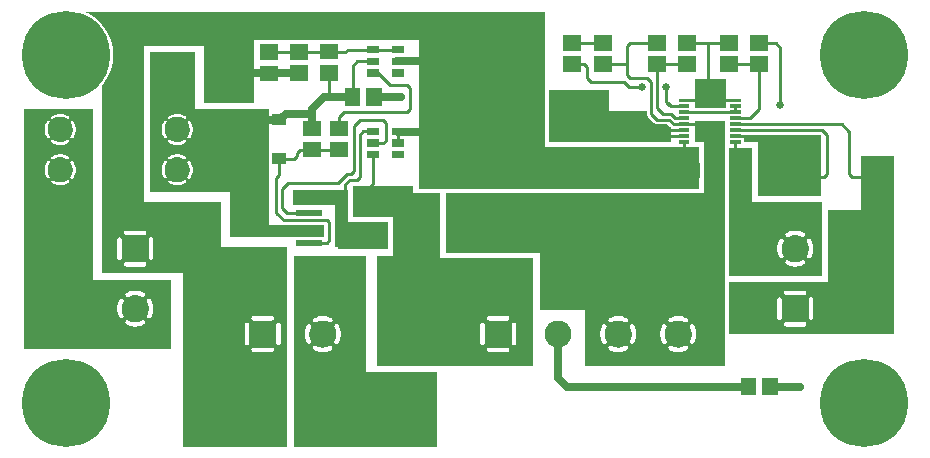
<source format=gbr>
G04 start of page 2 for group 0 idx 0 *
G04 Title: (unknown), top *
G04 Creator: pcb 4.0.2 *
G04 CreationDate: Thu May 30 20:40:21 2019 UTC *
G04 For: ndholmes *
G04 Format: Gerber/RS-274X *
G04 PCB-Dimensions (mil): 3000.00 1500.00 *
G04 PCB-Coordinate-Origin: lower left *
%MOIN*%
%FSLAX25Y25*%
%LNTOP*%
%ADD21C,0.0630*%
%ADD20C,0.0550*%
%ADD19C,0.1285*%
%ADD18C,0.0120*%
%ADD17C,0.0260*%
%ADD16C,0.0830*%
%ADD15C,0.0900*%
%ADD14C,0.2937*%
%ADD13C,0.0250*%
%ADD12C,0.0100*%
%ADD11C,0.0001*%
G54D11*G36*
X178000Y87000D02*X231000D01*
Y74500D01*
X178000D01*
Y87000D01*
G37*
G36*
X174500Y102500D02*X228000D01*
Y88500D01*
X174500D01*
Y102500D01*
G37*
G36*
X157500Y114500D02*X176500D01*
Y88500D01*
X157500D01*
Y114500D01*
G37*
G36*
X196500D02*X210500D01*
Y113559D01*
X210495Y113500D01*
X210514Y113265D01*
X210569Y113035D01*
X210659Y112817D01*
X210783Y112616D01*
X210936Y112436D01*
X210981Y112398D01*
X212898Y110481D01*
X212936Y110436D01*
X213116Y110283D01*
X213317Y110159D01*
X213535Y110069D01*
X213765Y110014D01*
X214000Y109995D01*
X214059Y110000D01*
X217379D01*
X218382Y108997D01*
X218420Y108952D01*
X218500Y108884D01*
Y104000D01*
X196500D01*
Y114500D01*
G37*
G36*
X243000Y106500D02*X252000D01*
Y104000D01*
X243000D01*
Y106500D01*
G37*
G36*
X178000Y121500D02*X198000D01*
Y104000D01*
X178000D01*
Y121500D01*
G37*
G36*
X229500Y111000D02*X234000D01*
Y74500D01*
X229500D01*
Y111000D01*
G37*
G36*
X203000Y109000D02*X218379D01*
X218382Y108997D01*
X218420Y108952D01*
X218500Y108884D01*
Y104000D01*
X203000D01*
Y109000D01*
G37*
G36*
X226500Y111000D02*X231500D01*
Y104000D01*
X226500D01*
Y111000D01*
G37*
G36*
Y122000D02*X236500D01*
Y115500D01*
X226500D01*
Y122000D01*
G37*
G36*
Y125000D02*X237000D01*
Y115500D01*
X226500D01*
Y125000D01*
G37*
G36*
X225926Y87000D02*X234000D01*
Y29500D01*
X225926D01*
Y36803D01*
X225930Y36805D01*
X226033Y36864D01*
X226125Y36938D01*
X226204Y37025D01*
X226266Y37125D01*
X226511Y37612D01*
X226705Y38122D01*
X226852Y38648D01*
X226951Y39184D01*
X227000Y39727D01*
Y40273D01*
X226951Y40816D01*
X226852Y41352D01*
X226705Y41878D01*
X226511Y42388D01*
X226272Y42878D01*
X226208Y42978D01*
X226128Y43066D01*
X226035Y43140D01*
X225932Y43199D01*
X225926Y43202D01*
Y87000D01*
G37*
G36*
X221002D02*X225926D01*
Y43202D01*
X225821Y43242D01*
X225705Y43266D01*
X225587Y43272D01*
X225468Y43260D01*
X225354Y43229D01*
X225245Y43180D01*
X225146Y43115D01*
X225058Y43035D01*
X224983Y42943D01*
X224924Y42840D01*
X224882Y42729D01*
X224857Y42613D01*
X224851Y42494D01*
X224864Y42376D01*
X224895Y42261D01*
X224946Y42154D01*
X225129Y41789D01*
X225274Y41407D01*
X225384Y41013D01*
X225458Y40611D01*
X225495Y40204D01*
Y39796D01*
X225458Y39389D01*
X225384Y38987D01*
X225274Y38593D01*
X225129Y38211D01*
X224950Y37844D01*
X224900Y37737D01*
X224869Y37623D01*
X224856Y37506D01*
X224862Y37388D01*
X224886Y37272D01*
X224928Y37162D01*
X224987Y37060D01*
X225061Y36968D01*
X225149Y36889D01*
X225248Y36824D01*
X225355Y36776D01*
X225469Y36745D01*
X225587Y36732D01*
X225705Y36738D01*
X225820Y36763D01*
X225926Y36803D01*
Y29500D01*
X221002D01*
Y34000D01*
X221273D01*
X221816Y34049D01*
X222352Y34148D01*
X222878Y34295D01*
X223388Y34489D01*
X223878Y34728D01*
X223978Y34792D01*
X224066Y34872D01*
X224140Y34965D01*
X224199Y35068D01*
X224242Y35179D01*
X224266Y35295D01*
X224272Y35413D01*
X224260Y35532D01*
X224229Y35646D01*
X224180Y35755D01*
X224115Y35854D01*
X224035Y35942D01*
X223943Y36017D01*
X223840Y36076D01*
X223729Y36118D01*
X223613Y36143D01*
X223494Y36149D01*
X223376Y36136D01*
X223261Y36105D01*
X223154Y36054D01*
X222789Y35871D01*
X222407Y35726D01*
X222013Y35616D01*
X221611Y35542D01*
X221204Y35505D01*
X221002D01*
Y44495D01*
X221204D01*
X221611Y44458D01*
X222013Y44384D01*
X222407Y44274D01*
X222789Y44129D01*
X223156Y43950D01*
X223263Y43900D01*
X223377Y43869D01*
X223494Y43856D01*
X223612Y43862D01*
X223728Y43886D01*
X223838Y43928D01*
X223940Y43987D01*
X224032Y44061D01*
X224111Y44149D01*
X224176Y44248D01*
X224224Y44355D01*
X224255Y44469D01*
X224268Y44587D01*
X224262Y44705D01*
X224237Y44820D01*
X224195Y44930D01*
X224136Y45033D01*
X224062Y45125D01*
X223975Y45204D01*
X223875Y45266D01*
X223388Y45511D01*
X222878Y45705D01*
X222352Y45852D01*
X221816Y45951D01*
X221273Y46000D01*
X221002D01*
Y87000D01*
G37*
G36*
X216074D02*X221002D01*
Y46000D01*
X220727D01*
X220184Y45951D01*
X219648Y45852D01*
X219122Y45705D01*
X218612Y45511D01*
X218122Y45272D01*
X218022Y45208D01*
X217934Y45128D01*
X217860Y45035D01*
X217801Y44932D01*
X217758Y44821D01*
X217734Y44705D01*
X217728Y44587D01*
X217740Y44468D01*
X217771Y44354D01*
X217820Y44245D01*
X217885Y44146D01*
X217965Y44058D01*
X218057Y43983D01*
X218160Y43924D01*
X218271Y43882D01*
X218387Y43857D01*
X218506Y43851D01*
X218624Y43864D01*
X218739Y43895D01*
X218846Y43946D01*
X219211Y44129D01*
X219593Y44274D01*
X219987Y44384D01*
X220389Y44458D01*
X220796Y44495D01*
X221002D01*
Y35505D01*
X220796D01*
X220389Y35542D01*
X219987Y35616D01*
X219593Y35726D01*
X219211Y35871D01*
X218844Y36050D01*
X218737Y36100D01*
X218623Y36131D01*
X218506Y36144D01*
X218388Y36138D01*
X218272Y36114D01*
X218162Y36072D01*
X218060Y36013D01*
X217968Y35939D01*
X217889Y35851D01*
X217824Y35752D01*
X217776Y35645D01*
X217745Y35531D01*
X217732Y35413D01*
X217738Y35295D01*
X217763Y35180D01*
X217805Y35070D01*
X217864Y34967D01*
X217938Y34875D01*
X218025Y34796D01*
X218125Y34734D01*
X218612Y34489D01*
X219122Y34295D01*
X219648Y34148D01*
X220184Y34049D01*
X220727Y34000D01*
X221002D01*
Y29500D01*
X216074D01*
Y36798D01*
X216179Y36758D01*
X216295Y36734D01*
X216413Y36728D01*
X216532Y36740D01*
X216646Y36771D01*
X216755Y36820D01*
X216854Y36885D01*
X216942Y36965D01*
X217017Y37057D01*
X217076Y37160D01*
X217118Y37271D01*
X217143Y37387D01*
X217149Y37506D01*
X217136Y37624D01*
X217105Y37739D01*
X217054Y37846D01*
X216871Y38211D01*
X216726Y38593D01*
X216616Y38987D01*
X216542Y39389D01*
X216505Y39796D01*
Y40204D01*
X216542Y40611D01*
X216616Y41013D01*
X216726Y41407D01*
X216871Y41789D01*
X217050Y42156D01*
X217100Y42263D01*
X217131Y42377D01*
X217144Y42494D01*
X217138Y42612D01*
X217114Y42728D01*
X217072Y42838D01*
X217013Y42940D01*
X216939Y43032D01*
X216851Y43111D01*
X216752Y43176D01*
X216645Y43224D01*
X216531Y43255D01*
X216413Y43268D01*
X216295Y43262D01*
X216180Y43237D01*
X216074Y43197D01*
Y87000D01*
G37*
G36*
X205926D02*X216074D01*
Y43197D01*
X216070Y43195D01*
X215967Y43136D01*
X215875Y43062D01*
X215796Y42975D01*
X215734Y42875D01*
X215489Y42388D01*
X215295Y41878D01*
X215148Y41352D01*
X215049Y40816D01*
X215000Y40273D01*
Y39727D01*
X215049Y39184D01*
X215148Y38648D01*
X215295Y38122D01*
X215489Y37612D01*
X215728Y37122D01*
X215792Y37022D01*
X215872Y36934D01*
X215965Y36860D01*
X216068Y36801D01*
X216074Y36798D01*
Y29500D01*
X205926D01*
Y36803D01*
X205930Y36805D01*
X206033Y36864D01*
X206125Y36938D01*
X206204Y37025D01*
X206266Y37125D01*
X206511Y37612D01*
X206705Y38122D01*
X206852Y38648D01*
X206951Y39184D01*
X207000Y39727D01*
Y40273D01*
X206951Y40816D01*
X206852Y41352D01*
X206705Y41878D01*
X206511Y42388D01*
X206272Y42878D01*
X206208Y42978D01*
X206128Y43066D01*
X206035Y43140D01*
X205932Y43199D01*
X205926Y43202D01*
Y87000D01*
G37*
G36*
X201002D02*X205926D01*
Y43202D01*
X205821Y43242D01*
X205705Y43266D01*
X205587Y43272D01*
X205468Y43260D01*
X205354Y43229D01*
X205245Y43180D01*
X205146Y43115D01*
X205058Y43035D01*
X204983Y42943D01*
X204924Y42840D01*
X204882Y42729D01*
X204857Y42613D01*
X204851Y42494D01*
X204864Y42376D01*
X204895Y42261D01*
X204946Y42154D01*
X205129Y41789D01*
X205274Y41407D01*
X205384Y41013D01*
X205458Y40611D01*
X205495Y40204D01*
Y39796D01*
X205458Y39389D01*
X205384Y38987D01*
X205274Y38593D01*
X205129Y38211D01*
X204950Y37844D01*
X204900Y37737D01*
X204869Y37623D01*
X204856Y37506D01*
X204862Y37388D01*
X204886Y37272D01*
X204928Y37162D01*
X204987Y37060D01*
X205061Y36968D01*
X205149Y36889D01*
X205248Y36824D01*
X205355Y36776D01*
X205469Y36745D01*
X205587Y36732D01*
X205705Y36738D01*
X205820Y36763D01*
X205926Y36803D01*
Y29500D01*
X201002D01*
Y34000D01*
X201273D01*
X201816Y34049D01*
X202352Y34148D01*
X202878Y34295D01*
X203388Y34489D01*
X203878Y34728D01*
X203978Y34792D01*
X204066Y34872D01*
X204140Y34965D01*
X204199Y35068D01*
X204242Y35179D01*
X204266Y35295D01*
X204272Y35413D01*
X204260Y35532D01*
X204229Y35646D01*
X204180Y35755D01*
X204115Y35854D01*
X204035Y35942D01*
X203943Y36017D01*
X203840Y36076D01*
X203729Y36118D01*
X203613Y36143D01*
X203494Y36149D01*
X203376Y36136D01*
X203261Y36105D01*
X203154Y36054D01*
X202789Y35871D01*
X202407Y35726D01*
X202013Y35616D01*
X201611Y35542D01*
X201204Y35505D01*
X201002D01*
Y44495D01*
X201204D01*
X201611Y44458D01*
X202013Y44384D01*
X202407Y44274D01*
X202789Y44129D01*
X203156Y43950D01*
X203263Y43900D01*
X203377Y43869D01*
X203494Y43856D01*
X203612Y43862D01*
X203728Y43886D01*
X203838Y43928D01*
X203940Y43987D01*
X204032Y44061D01*
X204111Y44149D01*
X204176Y44248D01*
X204224Y44355D01*
X204255Y44469D01*
X204268Y44587D01*
X204262Y44705D01*
X204237Y44820D01*
X204195Y44930D01*
X204136Y45033D01*
X204062Y45125D01*
X203975Y45204D01*
X203875Y45266D01*
X203388Y45511D01*
X202878Y45705D01*
X202352Y45852D01*
X201816Y45951D01*
X201273Y46000D01*
X201002D01*
Y87000D01*
G37*
G36*
X196074D02*X201002D01*
Y46000D01*
X200727D01*
X200184Y45951D01*
X199648Y45852D01*
X199122Y45705D01*
X198612Y45511D01*
X198122Y45272D01*
X198022Y45208D01*
X197934Y45128D01*
X197860Y45035D01*
X197801Y44932D01*
X197758Y44821D01*
X197734Y44705D01*
X197728Y44587D01*
X197740Y44468D01*
X197771Y44354D01*
X197820Y44245D01*
X197885Y44146D01*
X197965Y44058D01*
X198057Y43983D01*
X198160Y43924D01*
X198271Y43882D01*
X198387Y43857D01*
X198506Y43851D01*
X198624Y43864D01*
X198739Y43895D01*
X198846Y43946D01*
X199211Y44129D01*
X199593Y44274D01*
X199987Y44384D01*
X200389Y44458D01*
X200796Y44495D01*
X201002D01*
Y35505D01*
X200796D01*
X200389Y35542D01*
X199987Y35616D01*
X199593Y35726D01*
X199211Y35871D01*
X198844Y36050D01*
X198737Y36100D01*
X198623Y36131D01*
X198506Y36144D01*
X198388Y36138D01*
X198272Y36114D01*
X198162Y36072D01*
X198060Y36013D01*
X197968Y35939D01*
X197889Y35851D01*
X197824Y35752D01*
X197776Y35645D01*
X197745Y35531D01*
X197732Y35413D01*
X197738Y35295D01*
X197763Y35180D01*
X197805Y35070D01*
X197864Y34967D01*
X197938Y34875D01*
X198025Y34796D01*
X198125Y34734D01*
X198612Y34489D01*
X199122Y34295D01*
X199648Y34148D01*
X200184Y34049D01*
X200727Y34000D01*
X201002D01*
Y29500D01*
X196074D01*
Y36798D01*
X196179Y36758D01*
X196295Y36734D01*
X196413Y36728D01*
X196532Y36740D01*
X196646Y36771D01*
X196755Y36820D01*
X196854Y36885D01*
X196942Y36965D01*
X197017Y37057D01*
X197076Y37160D01*
X197118Y37271D01*
X197143Y37387D01*
X197149Y37506D01*
X197136Y37624D01*
X197105Y37739D01*
X197054Y37846D01*
X196871Y38211D01*
X196726Y38593D01*
X196616Y38987D01*
X196542Y39389D01*
X196505Y39796D01*
Y40204D01*
X196542Y40611D01*
X196616Y41013D01*
X196726Y41407D01*
X196871Y41789D01*
X197050Y42156D01*
X197100Y42263D01*
X197131Y42377D01*
X197144Y42494D01*
X197138Y42612D01*
X197114Y42728D01*
X197072Y42838D01*
X197013Y42940D01*
X196939Y43032D01*
X196851Y43111D01*
X196752Y43176D01*
X196645Y43224D01*
X196531Y43255D01*
X196413Y43268D01*
X196295Y43262D01*
X196180Y43237D01*
X196074Y43197D01*
Y87000D01*
G37*
G36*
X190000D02*X196074D01*
Y43197D01*
X196070Y43195D01*
X195967Y43136D01*
X195875Y43062D01*
X195796Y42975D01*
X195734Y42875D01*
X195489Y42388D01*
X195295Y41878D01*
X195148Y41352D01*
X195049Y40816D01*
X195000Y40273D01*
Y39727D01*
X195049Y39184D01*
X195148Y38648D01*
X195295Y38122D01*
X195489Y37612D01*
X195728Y37122D01*
X195792Y37022D01*
X195872Y36934D01*
X195965Y36860D01*
X196068Y36801D01*
X196074Y36798D01*
Y29500D01*
X190000D01*
Y87000D01*
G37*
G36*
X175000D02*X200500D01*
Y48000D01*
X175000D01*
Y87000D01*
G37*
G36*
X231000Y80500D02*X236500D01*
Y29500D01*
X231000D01*
Y80500D01*
G37*
G36*
X247500Y106500D02*X256000D01*
Y86000D01*
X247500D01*
Y106500D01*
G37*
G36*
X271000Y81500D02*X293000D01*
Y40000D01*
X271000D01*
Y81500D01*
G37*
G36*
X265250Y57500D02*X287000D01*
Y40000D01*
X265250D01*
Y44748D01*
X265368Y44757D01*
X265482Y44785D01*
X265592Y44830D01*
X265692Y44891D01*
X265782Y44968D01*
X265859Y45058D01*
X265920Y45158D01*
X265965Y45268D01*
X265993Y45382D01*
X266000Y45500D01*
Y51500D01*
X265993Y51618D01*
X265965Y51732D01*
X265920Y51842D01*
X265859Y51942D01*
X265782Y52032D01*
X265692Y52109D01*
X265592Y52170D01*
X265482Y52215D01*
X265368Y52243D01*
X265250Y52252D01*
Y57500D01*
G37*
G36*
X260000D02*X265250D01*
Y52252D01*
X265132Y52243D01*
X265018Y52215D01*
X264908Y52170D01*
X264808Y52109D01*
X264718Y52032D01*
X264641Y51942D01*
X264580Y51842D01*
X264535Y51732D01*
X264507Y51618D01*
X264500Y51500D01*
Y45500D01*
X264507Y45382D01*
X264535Y45268D01*
X264580Y45158D01*
X264641Y45058D01*
X264718Y44968D01*
X264808Y44891D01*
X264908Y44830D01*
X265018Y44785D01*
X265132Y44757D01*
X265250Y44748D01*
Y40000D01*
X260000D01*
Y42500D01*
X263000D01*
X263118Y42507D01*
X263232Y42535D01*
X263342Y42580D01*
X263442Y42641D01*
X263532Y42718D01*
X263609Y42808D01*
X263670Y42908D01*
X263715Y43018D01*
X263743Y43132D01*
X263752Y43250D01*
X263743Y43368D01*
X263715Y43482D01*
X263670Y43592D01*
X263609Y43692D01*
X263532Y43782D01*
X263442Y43859D01*
X263342Y43920D01*
X263232Y43965D01*
X263118Y43993D01*
X263000Y44000D01*
X260000D01*
Y53000D01*
X263000D01*
X263118Y53007D01*
X263232Y53035D01*
X263342Y53080D01*
X263442Y53141D01*
X263532Y53218D01*
X263609Y53308D01*
X263670Y53408D01*
X263715Y53518D01*
X263743Y53632D01*
X263752Y53750D01*
X263743Y53868D01*
X263715Y53982D01*
X263670Y54092D01*
X263609Y54192D01*
X263532Y54282D01*
X263442Y54359D01*
X263342Y54420D01*
X263232Y54465D01*
X263118Y54493D01*
X263000Y54500D01*
X260000D01*
Y57500D01*
G37*
G36*
X254750D02*X260000D01*
Y54500D01*
X257000D01*
X256882Y54493D01*
X256768Y54465D01*
X256658Y54420D01*
X256558Y54359D01*
X256468Y54282D01*
X256391Y54192D01*
X256330Y54092D01*
X256285Y53982D01*
X256257Y53868D01*
X256248Y53750D01*
X256257Y53632D01*
X256285Y53518D01*
X256330Y53408D01*
X256391Y53308D01*
X256468Y53218D01*
X256558Y53141D01*
X256658Y53080D01*
X256768Y53035D01*
X256882Y53007D01*
X257000Y53000D01*
X260000D01*
Y44000D01*
X257000D01*
X256882Y43993D01*
X256768Y43965D01*
X256658Y43920D01*
X256558Y43859D01*
X256468Y43782D01*
X256391Y43692D01*
X256330Y43592D01*
X256285Y43482D01*
X256257Y43368D01*
X256248Y43250D01*
X256257Y43132D01*
X256285Y43018D01*
X256330Y42908D01*
X256391Y42808D01*
X256468Y42718D01*
X256558Y42641D01*
X256658Y42580D01*
X256768Y42535D01*
X256882Y42507D01*
X257000Y42500D01*
X260000D01*
Y40000D01*
X254750D01*
Y44748D01*
X254868Y44757D01*
X254982Y44785D01*
X255092Y44830D01*
X255192Y44891D01*
X255282Y44968D01*
X255359Y45058D01*
X255420Y45158D01*
X255465Y45268D01*
X255493Y45382D01*
X255500Y45500D01*
Y51500D01*
X255493Y51618D01*
X255465Y51732D01*
X255420Y51842D01*
X255359Y51942D01*
X255282Y52032D01*
X255192Y52109D01*
X255092Y52170D01*
X254982Y52215D01*
X254868Y52243D01*
X254750Y52252D01*
Y57500D01*
G37*
G36*
X238000D02*X254750D01*
Y52252D01*
X254632Y52243D01*
X254518Y52215D01*
X254408Y52170D01*
X254308Y52109D01*
X254218Y52032D01*
X254141Y51942D01*
X254080Y51842D01*
X254035Y51732D01*
X254007Y51618D01*
X254000Y51500D01*
Y45500D01*
X254007Y45382D01*
X254035Y45268D01*
X254080Y45158D01*
X254141Y45058D01*
X254218Y44968D01*
X254308Y44891D01*
X254408Y44830D01*
X254518Y44785D01*
X254632Y44757D01*
X254750Y44748D01*
Y40000D01*
X238000D01*
Y57500D01*
G37*
G36*
X268500Y86000D02*X247500D01*
Y106500D01*
X268379D01*
X268500Y106379D01*
Y86000D01*
G37*
G36*
X269000Y59500D02*X264926D01*
Y65303D01*
X264930Y65305D01*
X265033Y65364D01*
X265125Y65438D01*
X265204Y65525D01*
X265266Y65625D01*
X265511Y66112D01*
X265705Y66622D01*
X265852Y67148D01*
X265951Y67684D01*
X266000Y68227D01*
Y68773D01*
X265951Y69316D01*
X265852Y69852D01*
X265705Y70378D01*
X265511Y70888D01*
X265272Y71378D01*
X265208Y71478D01*
X265128Y71566D01*
X265035Y71640D01*
X264932Y71699D01*
X264926Y71702D01*
Y84000D01*
X269000D01*
Y59500D01*
G37*
G36*
X264926D02*X260002D01*
Y62500D01*
X260273D01*
X260816Y62549D01*
X261352Y62648D01*
X261878Y62795D01*
X262388Y62989D01*
X262878Y63228D01*
X262978Y63292D01*
X263066Y63372D01*
X263140Y63465D01*
X263199Y63568D01*
X263242Y63679D01*
X263266Y63795D01*
X263272Y63913D01*
X263260Y64032D01*
X263229Y64146D01*
X263180Y64255D01*
X263115Y64354D01*
X263035Y64442D01*
X262943Y64517D01*
X262840Y64576D01*
X262729Y64618D01*
X262613Y64643D01*
X262494Y64649D01*
X262376Y64636D01*
X262261Y64605D01*
X262154Y64554D01*
X261789Y64371D01*
X261407Y64226D01*
X261013Y64116D01*
X260611Y64042D01*
X260204Y64005D01*
X260002D01*
Y72995D01*
X260204D01*
X260611Y72958D01*
X261013Y72884D01*
X261407Y72774D01*
X261789Y72629D01*
X262156Y72450D01*
X262263Y72400D01*
X262377Y72369D01*
X262494Y72356D01*
X262612Y72362D01*
X262728Y72386D01*
X262838Y72428D01*
X262940Y72487D01*
X263032Y72561D01*
X263111Y72649D01*
X263176Y72748D01*
X263224Y72855D01*
X263255Y72969D01*
X263268Y73087D01*
X263262Y73205D01*
X263237Y73320D01*
X263195Y73430D01*
X263136Y73533D01*
X263062Y73625D01*
X262975Y73704D01*
X262875Y73766D01*
X262388Y74011D01*
X261878Y74205D01*
X261352Y74352D01*
X260816Y74451D01*
X260273Y74500D01*
X260002D01*
Y84000D01*
X264926D01*
Y71702D01*
X264821Y71742D01*
X264705Y71766D01*
X264587Y71772D01*
X264468Y71760D01*
X264354Y71729D01*
X264245Y71680D01*
X264146Y71615D01*
X264058Y71535D01*
X263983Y71443D01*
X263924Y71340D01*
X263882Y71229D01*
X263857Y71113D01*
X263851Y70994D01*
X263864Y70876D01*
X263895Y70761D01*
X263946Y70654D01*
X264129Y70289D01*
X264274Y69907D01*
X264384Y69513D01*
X264458Y69111D01*
X264495Y68704D01*
Y68296D01*
X264458Y67889D01*
X264384Y67487D01*
X264274Y67093D01*
X264129Y66711D01*
X263950Y66344D01*
X263900Y66237D01*
X263869Y66123D01*
X263856Y66006D01*
X263862Y65888D01*
X263886Y65772D01*
X263928Y65662D01*
X263987Y65560D01*
X264061Y65468D01*
X264149Y65389D01*
X264248Y65324D01*
X264355Y65276D01*
X264469Y65245D01*
X264587Y65232D01*
X264705Y65238D01*
X264820Y65263D01*
X264926Y65303D01*
Y59500D01*
G37*
G36*
X260002D02*X255074D01*
Y65298D01*
X255179Y65258D01*
X255295Y65234D01*
X255413Y65228D01*
X255532Y65240D01*
X255646Y65271D01*
X255755Y65320D01*
X255854Y65385D01*
X255942Y65465D01*
X256017Y65557D01*
X256076Y65660D01*
X256118Y65771D01*
X256143Y65887D01*
X256149Y66006D01*
X256136Y66124D01*
X256105Y66239D01*
X256054Y66346D01*
X255871Y66711D01*
X255726Y67093D01*
X255616Y67487D01*
X255542Y67889D01*
X255505Y68296D01*
Y68704D01*
X255542Y69111D01*
X255616Y69513D01*
X255726Y69907D01*
X255871Y70289D01*
X256050Y70656D01*
X256100Y70763D01*
X256131Y70877D01*
X256144Y70994D01*
X256138Y71112D01*
X256114Y71228D01*
X256072Y71338D01*
X256013Y71440D01*
X255939Y71532D01*
X255851Y71611D01*
X255752Y71676D01*
X255645Y71724D01*
X255531Y71755D01*
X255413Y71768D01*
X255295Y71762D01*
X255180Y71737D01*
X255074Y71697D01*
Y84000D01*
X260002D01*
Y74500D01*
X259727D01*
X259184Y74451D01*
X258648Y74352D01*
X258122Y74205D01*
X257612Y74011D01*
X257122Y73772D01*
X257022Y73708D01*
X256934Y73628D01*
X256860Y73535D01*
X256801Y73432D01*
X256758Y73321D01*
X256734Y73205D01*
X256728Y73087D01*
X256740Y72968D01*
X256771Y72854D01*
X256820Y72745D01*
X256885Y72646D01*
X256965Y72558D01*
X257057Y72483D01*
X257160Y72424D01*
X257271Y72382D01*
X257387Y72357D01*
X257506Y72351D01*
X257624Y72364D01*
X257739Y72395D01*
X257846Y72446D01*
X258211Y72629D01*
X258593Y72774D01*
X258987Y72884D01*
X259389Y72958D01*
X259796Y72995D01*
X260002D01*
Y64005D01*
X259796D01*
X259389Y64042D01*
X258987Y64116D01*
X258593Y64226D01*
X258211Y64371D01*
X257844Y64550D01*
X257737Y64600D01*
X257623Y64631D01*
X257506Y64644D01*
X257388Y64638D01*
X257272Y64614D01*
X257162Y64572D01*
X257060Y64513D01*
X256968Y64439D01*
X256889Y64351D01*
X256824Y64252D01*
X256776Y64145D01*
X256745Y64031D01*
X256732Y63913D01*
X256738Y63795D01*
X256763Y63680D01*
X256805Y63570D01*
X256864Y63467D01*
X256938Y63375D01*
X257025Y63296D01*
X257125Y63234D01*
X257612Y62989D01*
X258122Y62795D01*
X258648Y62648D01*
X259184Y62549D01*
X259727Y62500D01*
X260002D01*
Y59500D01*
G37*
G36*
X255074D02*X238000D01*
Y84000D01*
X255074D01*
Y71697D01*
X255070Y71695D01*
X254967Y71636D01*
X254875Y71562D01*
X254796Y71475D01*
X254734Y71375D01*
X254489Y70888D01*
X254295Y70378D01*
X254148Y69852D01*
X254049Y69316D01*
X254000Y68773D01*
Y68227D01*
X254049Y67684D01*
X254148Y67148D01*
X254295Y66622D01*
X254489Y66112D01*
X254728Y65622D01*
X254792Y65522D01*
X254872Y65434D01*
X254965Y65360D01*
X255068Y65301D01*
X255074Y65298D01*
Y59500D01*
G37*
G36*
X282000Y99500D02*X293000D01*
Y77000D01*
X282000D01*
Y99500D01*
G37*
G36*
X231000Y111000D02*X236500D01*
Y60000D01*
X231000D01*
Y111000D01*
G37*
G36*
X238000Y102000D02*X245500D01*
Y60500D01*
X238000D01*
Y102000D01*
G37*
G36*
X19280Y115000D02*X26000D01*
Y35000D01*
X19280D01*
Y91947D01*
X19289Y91956D01*
X19335Y92019D01*
X19566Y92408D01*
X19758Y92817D01*
X19914Y93242D01*
X20031Y93678D01*
X20110Y94123D01*
X20150Y94574D01*
Y95026D01*
X20110Y95477D01*
X20031Y95922D01*
X19914Y96358D01*
X19758Y96783D01*
X19566Y97192D01*
X19339Y97583D01*
X19292Y97647D01*
X19280Y97658D01*
Y105347D01*
X19289Y105356D01*
X19335Y105419D01*
X19566Y105808D01*
X19758Y106217D01*
X19914Y106642D01*
X20031Y107078D01*
X20110Y107523D01*
X20150Y107974D01*
Y108426D01*
X20110Y108877D01*
X20031Y109322D01*
X19914Y109758D01*
X19758Y110183D01*
X19566Y110592D01*
X19339Y110983D01*
X19292Y111047D01*
X19280Y111058D01*
Y115000D01*
G37*
G36*
X15002D02*X19280D01*
Y111058D01*
X19234Y111102D01*
X19169Y111147D01*
X19098Y111182D01*
X19022Y111205D01*
X18943Y111215D01*
X18864Y111214D01*
X18786Y111200D01*
X18711Y111174D01*
X18641Y111136D01*
X18578Y111088D01*
X18523Y111031D01*
X18478Y110966D01*
X18443Y110894D01*
X18420Y110819D01*
X18409Y110740D01*
X18411Y110661D01*
X18425Y110583D01*
X18451Y110508D01*
X18490Y110439D01*
X18676Y110126D01*
X18831Y109796D01*
X18956Y109455D01*
X19051Y109103D01*
X19114Y108745D01*
X19146Y108382D01*
Y108018D01*
X19114Y107655D01*
X19051Y107297D01*
X18956Y106945D01*
X18831Y106604D01*
X18676Y106274D01*
X18493Y105959D01*
X18455Y105891D01*
X18429Y105816D01*
X18415Y105739D01*
X18413Y105660D01*
X18424Y105582D01*
X18447Y105507D01*
X18481Y105436D01*
X18526Y105372D01*
X18580Y105315D01*
X18643Y105267D01*
X18713Y105230D01*
X18787Y105204D01*
X18864Y105190D01*
X18943Y105189D01*
X19021Y105199D01*
X19096Y105222D01*
X19167Y105256D01*
X19232Y105301D01*
X19280Y105347D01*
Y97658D01*
X19234Y97702D01*
X19169Y97747D01*
X19098Y97782D01*
X19022Y97805D01*
X18943Y97815D01*
X18864Y97814D01*
X18786Y97800D01*
X18711Y97774D01*
X18641Y97736D01*
X18578Y97688D01*
X18523Y97631D01*
X18478Y97566D01*
X18443Y97494D01*
X18420Y97419D01*
X18409Y97340D01*
X18411Y97261D01*
X18425Y97183D01*
X18451Y97108D01*
X18490Y97039D01*
X18676Y96726D01*
X18831Y96396D01*
X18956Y96055D01*
X19051Y95703D01*
X19114Y95345D01*
X19146Y94982D01*
Y94618D01*
X19114Y94255D01*
X19051Y93897D01*
X18956Y93545D01*
X18831Y93204D01*
X18676Y92874D01*
X18493Y92559D01*
X18455Y92491D01*
X18429Y92416D01*
X18415Y92339D01*
X18413Y92260D01*
X18424Y92182D01*
X18447Y92107D01*
X18481Y92036D01*
X18526Y91972D01*
X18580Y91915D01*
X18643Y91867D01*
X18713Y91830D01*
X18787Y91804D01*
X18864Y91790D01*
X18943Y91789D01*
X19021Y91799D01*
X19096Y91822D01*
X19167Y91856D01*
X19232Y91901D01*
X19280Y91947D01*
Y35000D01*
X15002D01*
Y89650D01*
X15226D01*
X15677Y89690D01*
X16122Y89769D01*
X16558Y89886D01*
X16983Y90042D01*
X17392Y90234D01*
X17783Y90461D01*
X17847Y90508D01*
X17902Y90566D01*
X17947Y90631D01*
X17982Y90702D01*
X18005Y90778D01*
X18015Y90857D01*
X18014Y90936D01*
X18000Y91014D01*
X17974Y91089D01*
X17936Y91159D01*
X17888Y91222D01*
X17831Y91277D01*
X17766Y91322D01*
X17694Y91357D01*
X17619Y91380D01*
X17540Y91391D01*
X17461Y91389D01*
X17383Y91375D01*
X17308Y91349D01*
X17239Y91310D01*
X16926Y91124D01*
X16596Y90969D01*
X16255Y90844D01*
X15903Y90749D01*
X15545Y90686D01*
X15182Y90654D01*
X15002D01*
Y98946D01*
X15182D01*
X15545Y98914D01*
X15903Y98851D01*
X16255Y98756D01*
X16596Y98631D01*
X16926Y98476D01*
X17241Y98293D01*
X17309Y98255D01*
X17384Y98229D01*
X17461Y98215D01*
X17540Y98213D01*
X17618Y98224D01*
X17693Y98247D01*
X17764Y98281D01*
X17828Y98326D01*
X17885Y98380D01*
X17933Y98443D01*
X17970Y98513D01*
X17996Y98587D01*
X18010Y98664D01*
X18011Y98743D01*
X18001Y98821D01*
X17978Y98896D01*
X17944Y98967D01*
X17899Y99032D01*
X17844Y99089D01*
X17781Y99135D01*
X17392Y99366D01*
X16983Y99558D01*
X16558Y99714D01*
X16122Y99831D01*
X15677Y99910D01*
X15226Y99950D01*
X15002D01*
Y103050D01*
X15226D01*
X15677Y103090D01*
X16122Y103169D01*
X16558Y103286D01*
X16983Y103442D01*
X17392Y103634D01*
X17783Y103861D01*
X17847Y103908D01*
X17902Y103966D01*
X17947Y104031D01*
X17982Y104102D01*
X18005Y104178D01*
X18015Y104257D01*
X18014Y104336D01*
X18000Y104414D01*
X17974Y104489D01*
X17936Y104559D01*
X17888Y104622D01*
X17831Y104677D01*
X17766Y104722D01*
X17694Y104757D01*
X17619Y104780D01*
X17540Y104791D01*
X17461Y104789D01*
X17383Y104775D01*
X17308Y104749D01*
X17239Y104710D01*
X16926Y104524D01*
X16596Y104369D01*
X16255Y104244D01*
X15903Y104149D01*
X15545Y104086D01*
X15182Y104054D01*
X15002D01*
Y112346D01*
X15182D01*
X15545Y112314D01*
X15903Y112251D01*
X16255Y112156D01*
X16596Y112031D01*
X16926Y111876D01*
X17241Y111693D01*
X17309Y111655D01*
X17384Y111629D01*
X17461Y111615D01*
X17540Y111613D01*
X17618Y111624D01*
X17693Y111647D01*
X17764Y111681D01*
X17828Y111726D01*
X17885Y111780D01*
X17933Y111843D01*
X17970Y111913D01*
X17996Y111987D01*
X18010Y112064D01*
X18011Y112143D01*
X18001Y112221D01*
X17978Y112296D01*
X17944Y112367D01*
X17899Y112432D01*
X17844Y112489D01*
X17781Y112535D01*
X17392Y112766D01*
X16983Y112958D01*
X16558Y113114D01*
X16122Y113231D01*
X15677Y113310D01*
X15226Y113350D01*
X15002D01*
Y115000D01*
G37*
G36*
X10720D02*X15002D01*
Y113350D01*
X14774D01*
X14323Y113310D01*
X13878Y113231D01*
X13442Y113114D01*
X13017Y112958D01*
X12608Y112766D01*
X12217Y112539D01*
X12153Y112492D01*
X12098Y112434D01*
X12053Y112369D01*
X12018Y112298D01*
X11995Y112222D01*
X11985Y112143D01*
X11986Y112064D01*
X12000Y111986D01*
X12026Y111911D01*
X12064Y111841D01*
X12112Y111778D01*
X12169Y111723D01*
X12234Y111678D01*
X12306Y111643D01*
X12381Y111620D01*
X12460Y111609D01*
X12539Y111611D01*
X12617Y111625D01*
X12692Y111651D01*
X12761Y111690D01*
X13074Y111876D01*
X13404Y112031D01*
X13745Y112156D01*
X14097Y112251D01*
X14455Y112314D01*
X14818Y112346D01*
X15002D01*
Y104054D01*
X14818D01*
X14455Y104086D01*
X14097Y104149D01*
X13745Y104244D01*
X13404Y104369D01*
X13074Y104524D01*
X12759Y104707D01*
X12691Y104745D01*
X12616Y104771D01*
X12539Y104785D01*
X12460Y104787D01*
X12382Y104776D01*
X12307Y104753D01*
X12236Y104719D01*
X12172Y104674D01*
X12115Y104620D01*
X12067Y104557D01*
X12030Y104487D01*
X12004Y104413D01*
X11990Y104336D01*
X11989Y104257D01*
X11999Y104179D01*
X12022Y104104D01*
X12056Y104033D01*
X12101Y103968D01*
X12156Y103911D01*
X12219Y103865D01*
X12608Y103634D01*
X13017Y103442D01*
X13442Y103286D01*
X13878Y103169D01*
X14323Y103090D01*
X14774Y103050D01*
X15002D01*
Y99950D01*
X14774D01*
X14323Y99910D01*
X13878Y99831D01*
X13442Y99714D01*
X13017Y99558D01*
X12608Y99366D01*
X12217Y99139D01*
X12153Y99092D01*
X12098Y99034D01*
X12053Y98969D01*
X12018Y98898D01*
X11995Y98822D01*
X11985Y98743D01*
X11986Y98664D01*
X12000Y98586D01*
X12026Y98511D01*
X12064Y98441D01*
X12112Y98378D01*
X12169Y98323D01*
X12234Y98278D01*
X12306Y98243D01*
X12381Y98220D01*
X12460Y98209D01*
X12539Y98211D01*
X12617Y98225D01*
X12692Y98251D01*
X12761Y98290D01*
X13074Y98476D01*
X13404Y98631D01*
X13745Y98756D01*
X14097Y98851D01*
X14455Y98914D01*
X14818Y98946D01*
X15002D01*
Y90654D01*
X14818D01*
X14455Y90686D01*
X14097Y90749D01*
X13745Y90844D01*
X13404Y90969D01*
X13074Y91124D01*
X12759Y91307D01*
X12691Y91345D01*
X12616Y91371D01*
X12539Y91385D01*
X12460Y91387D01*
X12382Y91376D01*
X12307Y91353D01*
X12236Y91319D01*
X12172Y91274D01*
X12115Y91220D01*
X12067Y91157D01*
X12030Y91087D01*
X12004Y91013D01*
X11990Y90936D01*
X11989Y90857D01*
X11999Y90779D01*
X12022Y90704D01*
X12056Y90633D01*
X12101Y90568D01*
X12156Y90511D01*
X12219Y90465D01*
X12608Y90234D01*
X13017Y90042D01*
X13442Y89886D01*
X13878Y89769D01*
X14323Y89690D01*
X14774Y89650D01*
X15002D01*
Y35000D01*
X10720D01*
Y91942D01*
X10766Y91898D01*
X10831Y91853D01*
X10902Y91818D01*
X10978Y91795D01*
X11057Y91785D01*
X11136Y91786D01*
X11214Y91800D01*
X11289Y91826D01*
X11359Y91864D01*
X11422Y91912D01*
X11477Y91969D01*
X11522Y92034D01*
X11557Y92106D01*
X11580Y92181D01*
X11591Y92260D01*
X11589Y92339D01*
X11575Y92417D01*
X11549Y92492D01*
X11510Y92561D01*
X11324Y92874D01*
X11169Y93204D01*
X11044Y93545D01*
X10949Y93897D01*
X10886Y94255D01*
X10854Y94618D01*
Y94982D01*
X10886Y95345D01*
X10949Y95703D01*
X11044Y96055D01*
X11169Y96396D01*
X11324Y96726D01*
X11507Y97041D01*
X11545Y97109D01*
X11571Y97184D01*
X11585Y97261D01*
X11587Y97340D01*
X11576Y97418D01*
X11553Y97493D01*
X11519Y97564D01*
X11474Y97628D01*
X11420Y97685D01*
X11357Y97733D01*
X11287Y97770D01*
X11213Y97796D01*
X11136Y97810D01*
X11057Y97811D01*
X10979Y97801D01*
X10904Y97778D01*
X10833Y97744D01*
X10768Y97699D01*
X10720Y97653D01*
Y105342D01*
X10766Y105298D01*
X10831Y105253D01*
X10902Y105218D01*
X10978Y105195D01*
X11057Y105185D01*
X11136Y105186D01*
X11214Y105200D01*
X11289Y105226D01*
X11359Y105264D01*
X11422Y105312D01*
X11477Y105369D01*
X11522Y105434D01*
X11557Y105506D01*
X11580Y105581D01*
X11591Y105660D01*
X11589Y105739D01*
X11575Y105817D01*
X11549Y105892D01*
X11510Y105961D01*
X11324Y106274D01*
X11169Y106604D01*
X11044Y106945D01*
X10949Y107297D01*
X10886Y107655D01*
X10854Y108018D01*
Y108382D01*
X10886Y108745D01*
X10949Y109103D01*
X11044Y109455D01*
X11169Y109796D01*
X11324Y110126D01*
X11507Y110441D01*
X11545Y110509D01*
X11571Y110584D01*
X11585Y110661D01*
X11587Y110740D01*
X11576Y110818D01*
X11553Y110893D01*
X11519Y110964D01*
X11474Y111028D01*
X11420Y111085D01*
X11357Y111133D01*
X11287Y111170D01*
X11213Y111196D01*
X11136Y111210D01*
X11057Y111211D01*
X10979Y111201D01*
X10904Y111178D01*
X10833Y111144D01*
X10768Y111099D01*
X10720Y111053D01*
Y115000D01*
G37*
G36*
X3000D02*X10720D01*
Y111053D01*
X10711Y111044D01*
X10665Y110981D01*
X10434Y110592D01*
X10242Y110183D01*
X10086Y109758D01*
X9969Y109322D01*
X9890Y108877D01*
X9850Y108426D01*
Y107974D01*
X9890Y107523D01*
X9969Y107078D01*
X10086Y106642D01*
X10242Y106217D01*
X10434Y105808D01*
X10661Y105417D01*
X10708Y105353D01*
X10720Y105342D01*
Y97653D01*
X10711Y97644D01*
X10665Y97581D01*
X10434Y97192D01*
X10242Y96783D01*
X10086Y96358D01*
X9969Y95922D01*
X9890Y95477D01*
X9850Y95026D01*
Y94574D01*
X9890Y94123D01*
X9969Y93678D01*
X10086Y93242D01*
X10242Y92817D01*
X10434Y92408D01*
X10661Y92017D01*
X10708Y91953D01*
X10720Y91942D01*
Y35000D01*
X3000D01*
Y115000D01*
G37*
G36*
X44926Y58000D02*X52000D01*
Y35000D01*
X44926D01*
Y45303D01*
X44930Y45305D01*
X45033Y45364D01*
X45125Y45438D01*
X45204Y45525D01*
X45266Y45625D01*
X45511Y46112D01*
X45705Y46622D01*
X45852Y47148D01*
X45951Y47684D01*
X46000Y48227D01*
Y48773D01*
X45951Y49316D01*
X45852Y49852D01*
X45705Y50378D01*
X45511Y50888D01*
X45272Y51378D01*
X45208Y51478D01*
X45128Y51566D01*
X45035Y51640D01*
X44932Y51699D01*
X44926Y51702D01*
Y58000D01*
G37*
G36*
X40002D02*X44926D01*
Y51702D01*
X44821Y51742D01*
X44705Y51766D01*
X44587Y51772D01*
X44468Y51760D01*
X44354Y51729D01*
X44245Y51680D01*
X44146Y51615D01*
X44058Y51535D01*
X43983Y51443D01*
X43924Y51340D01*
X43882Y51229D01*
X43857Y51113D01*
X43851Y50994D01*
X43864Y50876D01*
X43895Y50761D01*
X43946Y50654D01*
X44129Y50289D01*
X44274Y49907D01*
X44384Y49513D01*
X44458Y49111D01*
X44495Y48704D01*
Y48296D01*
X44458Y47889D01*
X44384Y47487D01*
X44274Y47093D01*
X44129Y46711D01*
X43950Y46344D01*
X43900Y46237D01*
X43869Y46123D01*
X43856Y46006D01*
X43862Y45888D01*
X43886Y45772D01*
X43928Y45662D01*
X43987Y45560D01*
X44061Y45468D01*
X44149Y45389D01*
X44248Y45324D01*
X44355Y45276D01*
X44469Y45245D01*
X44587Y45232D01*
X44705Y45238D01*
X44820Y45263D01*
X44926Y45303D01*
Y35000D01*
X40002D01*
Y42500D01*
X40273D01*
X40816Y42549D01*
X41352Y42648D01*
X41878Y42795D01*
X42388Y42989D01*
X42878Y43228D01*
X42978Y43292D01*
X43066Y43372D01*
X43140Y43465D01*
X43199Y43568D01*
X43242Y43679D01*
X43266Y43795D01*
X43272Y43913D01*
X43260Y44032D01*
X43229Y44146D01*
X43180Y44255D01*
X43115Y44354D01*
X43035Y44442D01*
X42943Y44517D01*
X42840Y44576D01*
X42729Y44618D01*
X42613Y44643D01*
X42494Y44649D01*
X42376Y44636D01*
X42261Y44605D01*
X42154Y44554D01*
X41789Y44371D01*
X41407Y44226D01*
X41013Y44116D01*
X40611Y44042D01*
X40204Y44005D01*
X40002D01*
Y52995D01*
X40204D01*
X40611Y52958D01*
X41013Y52884D01*
X41407Y52774D01*
X41789Y52629D01*
X42156Y52450D01*
X42263Y52400D01*
X42377Y52369D01*
X42494Y52356D01*
X42612Y52362D01*
X42728Y52386D01*
X42838Y52428D01*
X42940Y52487D01*
X43032Y52561D01*
X43111Y52649D01*
X43176Y52748D01*
X43224Y52855D01*
X43255Y52969D01*
X43268Y53087D01*
X43262Y53205D01*
X43237Y53320D01*
X43195Y53430D01*
X43136Y53533D01*
X43062Y53625D01*
X42975Y53704D01*
X42875Y53766D01*
X42388Y54011D01*
X41878Y54205D01*
X41352Y54352D01*
X40816Y54451D01*
X40273Y54500D01*
X40002D01*
Y58000D01*
G37*
G36*
X35074D02*X40002D01*
Y54500D01*
X39727D01*
X39184Y54451D01*
X38648Y54352D01*
X38122Y54205D01*
X37612Y54011D01*
X37122Y53772D01*
X37022Y53708D01*
X36934Y53628D01*
X36860Y53535D01*
X36801Y53432D01*
X36758Y53321D01*
X36734Y53205D01*
X36728Y53087D01*
X36740Y52968D01*
X36771Y52854D01*
X36820Y52745D01*
X36885Y52646D01*
X36965Y52558D01*
X37057Y52483D01*
X37160Y52424D01*
X37271Y52382D01*
X37387Y52357D01*
X37506Y52351D01*
X37624Y52364D01*
X37739Y52395D01*
X37846Y52446D01*
X38211Y52629D01*
X38593Y52774D01*
X38987Y52884D01*
X39389Y52958D01*
X39796Y52995D01*
X40002D01*
Y44005D01*
X39796D01*
X39389Y44042D01*
X38987Y44116D01*
X38593Y44226D01*
X38211Y44371D01*
X37844Y44550D01*
X37737Y44600D01*
X37623Y44631D01*
X37506Y44644D01*
X37388Y44638D01*
X37272Y44614D01*
X37162Y44572D01*
X37060Y44513D01*
X36968Y44439D01*
X36889Y44351D01*
X36824Y44252D01*
X36776Y44145D01*
X36745Y44031D01*
X36732Y43913D01*
X36738Y43795D01*
X36763Y43680D01*
X36805Y43570D01*
X36864Y43467D01*
X36938Y43375D01*
X37025Y43296D01*
X37125Y43234D01*
X37612Y42989D01*
X38122Y42795D01*
X38648Y42648D01*
X39184Y42549D01*
X39727Y42500D01*
X40002D01*
Y35000D01*
X35074D01*
Y45298D01*
X35179Y45258D01*
X35295Y45234D01*
X35413Y45228D01*
X35532Y45240D01*
X35646Y45271D01*
X35755Y45320D01*
X35854Y45385D01*
X35942Y45465D01*
X36017Y45557D01*
X36076Y45660D01*
X36118Y45771D01*
X36143Y45887D01*
X36149Y46006D01*
X36136Y46124D01*
X36105Y46239D01*
X36054Y46346D01*
X35871Y46711D01*
X35726Y47093D01*
X35616Y47487D01*
X35542Y47889D01*
X35505Y48296D01*
Y48704D01*
X35542Y49111D01*
X35616Y49513D01*
X35726Y49907D01*
X35871Y50289D01*
X36050Y50656D01*
X36100Y50763D01*
X36131Y50877D01*
X36144Y50994D01*
X36138Y51112D01*
X36114Y51228D01*
X36072Y51338D01*
X36013Y51440D01*
X35939Y51532D01*
X35851Y51611D01*
X35752Y51676D01*
X35645Y51724D01*
X35531Y51755D01*
X35413Y51768D01*
X35295Y51762D01*
X35180Y51737D01*
X35074Y51697D01*
Y58000D01*
G37*
G36*
X14000D02*X35074D01*
Y51697D01*
X35070Y51695D01*
X34967Y51636D01*
X34875Y51562D01*
X34796Y51475D01*
X34734Y51375D01*
X34489Y50888D01*
X34295Y50378D01*
X34148Y49852D01*
X34049Y49316D01*
X34000Y48773D01*
Y48227D01*
X34049Y47684D01*
X34148Y47148D01*
X34295Y46622D01*
X34489Y46112D01*
X34728Y45622D01*
X34792Y45522D01*
X34872Y45434D01*
X34965Y45360D01*
X35068Y45301D01*
X35074Y45298D01*
Y35000D01*
X14000D01*
Y58000D01*
G37*
G36*
X46000Y140000D02*X31077D01*
X31018Y140142D01*
X29728Y142247D01*
X28124Y144124D01*
X26247Y145728D01*
X24142Y147018D01*
X22978Y147500D01*
X46000D01*
Y140000D01*
G37*
G36*
X29000Y81000D02*Y122901D01*
X29728Y123753D01*
X31018Y125858D01*
X31962Y128138D01*
X32539Y130539D01*
X32684Y133000D01*
X32539Y135461D01*
X31962Y137862D01*
X31018Y140142D01*
X29728Y142247D01*
X29000Y143099D01*
Y147500D01*
X43000D01*
Y81000D01*
X29000D01*
G37*
G36*
X58280Y115000D02*X83500D01*
Y87500D01*
X58280D01*
Y91947D01*
X58289Y91956D01*
X58335Y92019D01*
X58566Y92408D01*
X58758Y92817D01*
X58914Y93242D01*
X59031Y93678D01*
X59110Y94123D01*
X59150Y94574D01*
Y95026D01*
X59110Y95477D01*
X59031Y95922D01*
X58914Y96358D01*
X58758Y96783D01*
X58566Y97192D01*
X58339Y97583D01*
X58292Y97647D01*
X58280Y97658D01*
Y105347D01*
X58289Y105356D01*
X58335Y105419D01*
X58566Y105808D01*
X58758Y106217D01*
X58914Y106642D01*
X59031Y107078D01*
X59110Y107523D01*
X59150Y107974D01*
Y108426D01*
X59110Y108877D01*
X59031Y109322D01*
X58914Y109758D01*
X58758Y110183D01*
X58566Y110592D01*
X58339Y110983D01*
X58292Y111047D01*
X58280Y111058D01*
Y115000D01*
G37*
G36*
X54002D02*X58280D01*
Y111058D01*
X58234Y111102D01*
X58169Y111147D01*
X58098Y111182D01*
X58022Y111205D01*
X57943Y111215D01*
X57864Y111214D01*
X57786Y111200D01*
X57711Y111174D01*
X57641Y111136D01*
X57578Y111088D01*
X57523Y111031D01*
X57478Y110966D01*
X57443Y110894D01*
X57420Y110819D01*
X57409Y110740D01*
X57411Y110661D01*
X57425Y110583D01*
X57451Y110508D01*
X57490Y110439D01*
X57676Y110126D01*
X57831Y109796D01*
X57956Y109455D01*
X58051Y109103D01*
X58114Y108745D01*
X58146Y108382D01*
Y108018D01*
X58114Y107655D01*
X58051Y107297D01*
X57956Y106945D01*
X57831Y106604D01*
X57676Y106274D01*
X57493Y105959D01*
X57455Y105891D01*
X57429Y105816D01*
X57415Y105739D01*
X57413Y105660D01*
X57424Y105582D01*
X57447Y105507D01*
X57481Y105436D01*
X57526Y105372D01*
X57580Y105315D01*
X57643Y105267D01*
X57713Y105230D01*
X57787Y105204D01*
X57864Y105190D01*
X57943Y105189D01*
X58021Y105199D01*
X58096Y105222D01*
X58167Y105256D01*
X58232Y105301D01*
X58280Y105347D01*
Y97658D01*
X58234Y97702D01*
X58169Y97747D01*
X58098Y97782D01*
X58022Y97805D01*
X57943Y97815D01*
X57864Y97814D01*
X57786Y97800D01*
X57711Y97774D01*
X57641Y97736D01*
X57578Y97688D01*
X57523Y97631D01*
X57478Y97566D01*
X57443Y97494D01*
X57420Y97419D01*
X57409Y97340D01*
X57411Y97261D01*
X57425Y97183D01*
X57451Y97108D01*
X57490Y97039D01*
X57676Y96726D01*
X57831Y96396D01*
X57956Y96055D01*
X58051Y95703D01*
X58114Y95345D01*
X58146Y94982D01*
Y94618D01*
X58114Y94255D01*
X58051Y93897D01*
X57956Y93545D01*
X57831Y93204D01*
X57676Y92874D01*
X57493Y92559D01*
X57455Y92491D01*
X57429Y92416D01*
X57415Y92339D01*
X57413Y92260D01*
X57424Y92182D01*
X57447Y92107D01*
X57481Y92036D01*
X57526Y91972D01*
X57580Y91915D01*
X57643Y91867D01*
X57713Y91830D01*
X57787Y91804D01*
X57864Y91790D01*
X57943Y91789D01*
X58021Y91799D01*
X58096Y91822D01*
X58167Y91856D01*
X58232Y91901D01*
X58280Y91947D01*
Y87500D01*
X54002D01*
Y89650D01*
X54226D01*
X54677Y89690D01*
X55122Y89769D01*
X55558Y89886D01*
X55983Y90042D01*
X56392Y90234D01*
X56783Y90461D01*
X56847Y90508D01*
X56902Y90566D01*
X56947Y90631D01*
X56982Y90702D01*
X57005Y90778D01*
X57015Y90857D01*
X57014Y90936D01*
X57000Y91014D01*
X56974Y91089D01*
X56936Y91159D01*
X56888Y91222D01*
X56831Y91277D01*
X56766Y91322D01*
X56694Y91357D01*
X56619Y91380D01*
X56540Y91391D01*
X56461Y91389D01*
X56383Y91375D01*
X56308Y91349D01*
X56239Y91310D01*
X55926Y91124D01*
X55596Y90969D01*
X55255Y90844D01*
X54903Y90749D01*
X54545Y90686D01*
X54182Y90654D01*
X54002D01*
Y98946D01*
X54182D01*
X54545Y98914D01*
X54903Y98851D01*
X55255Y98756D01*
X55596Y98631D01*
X55926Y98476D01*
X56241Y98293D01*
X56309Y98255D01*
X56384Y98229D01*
X56461Y98215D01*
X56540Y98213D01*
X56618Y98224D01*
X56693Y98247D01*
X56764Y98281D01*
X56828Y98326D01*
X56885Y98380D01*
X56933Y98443D01*
X56970Y98513D01*
X56996Y98587D01*
X57010Y98664D01*
X57011Y98743D01*
X57001Y98821D01*
X56978Y98896D01*
X56944Y98967D01*
X56899Y99032D01*
X56844Y99089D01*
X56781Y99135D01*
X56392Y99366D01*
X55983Y99558D01*
X55558Y99714D01*
X55122Y99831D01*
X54677Y99910D01*
X54226Y99950D01*
X54002D01*
Y103050D01*
X54226D01*
X54677Y103090D01*
X55122Y103169D01*
X55558Y103286D01*
X55983Y103442D01*
X56392Y103634D01*
X56783Y103861D01*
X56847Y103908D01*
X56902Y103966D01*
X56947Y104031D01*
X56982Y104102D01*
X57005Y104178D01*
X57015Y104257D01*
X57014Y104336D01*
X57000Y104414D01*
X56974Y104489D01*
X56936Y104559D01*
X56888Y104622D01*
X56831Y104677D01*
X56766Y104722D01*
X56694Y104757D01*
X56619Y104780D01*
X56540Y104791D01*
X56461Y104789D01*
X56383Y104775D01*
X56308Y104749D01*
X56239Y104710D01*
X55926Y104524D01*
X55596Y104369D01*
X55255Y104244D01*
X54903Y104149D01*
X54545Y104086D01*
X54182Y104054D01*
X54002D01*
Y112346D01*
X54182D01*
X54545Y112314D01*
X54903Y112251D01*
X55255Y112156D01*
X55596Y112031D01*
X55926Y111876D01*
X56241Y111693D01*
X56309Y111655D01*
X56384Y111629D01*
X56461Y111615D01*
X56540Y111613D01*
X56618Y111624D01*
X56693Y111647D01*
X56764Y111681D01*
X56828Y111726D01*
X56885Y111780D01*
X56933Y111843D01*
X56970Y111913D01*
X56996Y111987D01*
X57010Y112064D01*
X57011Y112143D01*
X57001Y112221D01*
X56978Y112296D01*
X56944Y112367D01*
X56899Y112432D01*
X56844Y112489D01*
X56781Y112535D01*
X56392Y112766D01*
X55983Y112958D01*
X55558Y113114D01*
X55122Y113231D01*
X54677Y113310D01*
X54226Y113350D01*
X54002D01*
Y115000D01*
G37*
G36*
X49720D02*X54002D01*
Y113350D01*
X53774D01*
X53323Y113310D01*
X52878Y113231D01*
X52442Y113114D01*
X52017Y112958D01*
X51608Y112766D01*
X51217Y112539D01*
X51153Y112492D01*
X51098Y112434D01*
X51053Y112369D01*
X51018Y112298D01*
X50995Y112222D01*
X50985Y112143D01*
X50986Y112064D01*
X51000Y111986D01*
X51026Y111911D01*
X51064Y111841D01*
X51112Y111778D01*
X51169Y111723D01*
X51234Y111678D01*
X51306Y111643D01*
X51381Y111620D01*
X51460Y111609D01*
X51539Y111611D01*
X51617Y111625D01*
X51692Y111651D01*
X51761Y111690D01*
X52074Y111876D01*
X52404Y112031D01*
X52745Y112156D01*
X53097Y112251D01*
X53455Y112314D01*
X53818Y112346D01*
X54002D01*
Y104054D01*
X53818D01*
X53455Y104086D01*
X53097Y104149D01*
X52745Y104244D01*
X52404Y104369D01*
X52074Y104524D01*
X51759Y104707D01*
X51691Y104745D01*
X51616Y104771D01*
X51539Y104785D01*
X51460Y104787D01*
X51382Y104776D01*
X51307Y104753D01*
X51236Y104719D01*
X51172Y104674D01*
X51115Y104620D01*
X51067Y104557D01*
X51030Y104487D01*
X51004Y104413D01*
X50990Y104336D01*
X50989Y104257D01*
X50999Y104179D01*
X51022Y104104D01*
X51056Y104033D01*
X51101Y103968D01*
X51156Y103911D01*
X51219Y103865D01*
X51608Y103634D01*
X52017Y103442D01*
X52442Y103286D01*
X52878Y103169D01*
X53323Y103090D01*
X53774Y103050D01*
X54002D01*
Y99950D01*
X53774D01*
X53323Y99910D01*
X52878Y99831D01*
X52442Y99714D01*
X52017Y99558D01*
X51608Y99366D01*
X51217Y99139D01*
X51153Y99092D01*
X51098Y99034D01*
X51053Y98969D01*
X51018Y98898D01*
X50995Y98822D01*
X50985Y98743D01*
X50986Y98664D01*
X51000Y98586D01*
X51026Y98511D01*
X51064Y98441D01*
X51112Y98378D01*
X51169Y98323D01*
X51234Y98278D01*
X51306Y98243D01*
X51381Y98220D01*
X51460Y98209D01*
X51539Y98211D01*
X51617Y98225D01*
X51692Y98251D01*
X51761Y98290D01*
X52074Y98476D01*
X52404Y98631D01*
X52745Y98756D01*
X53097Y98851D01*
X53455Y98914D01*
X53818Y98946D01*
X54002D01*
Y90654D01*
X53818D01*
X53455Y90686D01*
X53097Y90749D01*
X52745Y90844D01*
X52404Y90969D01*
X52074Y91124D01*
X51759Y91307D01*
X51691Y91345D01*
X51616Y91371D01*
X51539Y91385D01*
X51460Y91387D01*
X51382Y91376D01*
X51307Y91353D01*
X51236Y91319D01*
X51172Y91274D01*
X51115Y91220D01*
X51067Y91157D01*
X51030Y91087D01*
X51004Y91013D01*
X50990Y90936D01*
X50989Y90857D01*
X50999Y90779D01*
X51022Y90704D01*
X51056Y90633D01*
X51101Y90568D01*
X51156Y90511D01*
X51219Y90465D01*
X51608Y90234D01*
X52017Y90042D01*
X52442Y89886D01*
X52878Y89769D01*
X53323Y89690D01*
X53774Y89650D01*
X54002D01*
Y87500D01*
X49720D01*
Y91942D01*
X49766Y91898D01*
X49831Y91853D01*
X49902Y91818D01*
X49978Y91795D01*
X50057Y91785D01*
X50136Y91786D01*
X50214Y91800D01*
X50289Y91826D01*
X50359Y91864D01*
X50422Y91912D01*
X50477Y91969D01*
X50522Y92034D01*
X50557Y92106D01*
X50580Y92181D01*
X50591Y92260D01*
X50589Y92339D01*
X50575Y92417D01*
X50549Y92492D01*
X50510Y92561D01*
X50324Y92874D01*
X50169Y93204D01*
X50044Y93545D01*
X49949Y93897D01*
X49886Y94255D01*
X49854Y94618D01*
Y94982D01*
X49886Y95345D01*
X49949Y95703D01*
X50044Y96055D01*
X50169Y96396D01*
X50324Y96726D01*
X50507Y97041D01*
X50545Y97109D01*
X50571Y97184D01*
X50585Y97261D01*
X50587Y97340D01*
X50576Y97418D01*
X50553Y97493D01*
X50519Y97564D01*
X50474Y97628D01*
X50420Y97685D01*
X50357Y97733D01*
X50287Y97770D01*
X50213Y97796D01*
X50136Y97810D01*
X50057Y97811D01*
X49979Y97801D01*
X49904Y97778D01*
X49833Y97744D01*
X49768Y97699D01*
X49720Y97653D01*
Y105342D01*
X49766Y105298D01*
X49831Y105253D01*
X49902Y105218D01*
X49978Y105195D01*
X50057Y105185D01*
X50136Y105186D01*
X50214Y105200D01*
X50289Y105226D01*
X50359Y105264D01*
X50422Y105312D01*
X50477Y105369D01*
X50522Y105434D01*
X50557Y105506D01*
X50580Y105581D01*
X50591Y105660D01*
X50589Y105739D01*
X50575Y105817D01*
X50549Y105892D01*
X50510Y105961D01*
X50324Y106274D01*
X50169Y106604D01*
X50044Y106945D01*
X49949Y107297D01*
X49886Y107655D01*
X49854Y108018D01*
Y108382D01*
X49886Y108745D01*
X49949Y109103D01*
X50044Y109455D01*
X50169Y109796D01*
X50324Y110126D01*
X50507Y110441D01*
X50545Y110509D01*
X50571Y110584D01*
X50585Y110661D01*
X50587Y110740D01*
X50576Y110818D01*
X50553Y110893D01*
X50519Y110964D01*
X50474Y111028D01*
X50420Y111085D01*
X50357Y111133D01*
X50287Y111170D01*
X50213Y111196D01*
X50136Y111210D01*
X50057Y111211D01*
X49979Y111201D01*
X49904Y111178D01*
X49833Y111144D01*
X49768Y111099D01*
X49720Y111053D01*
Y115000D01*
G37*
G36*
X47500D02*X49720D01*
Y111053D01*
X49711Y111044D01*
X49665Y110981D01*
X49434Y110592D01*
X49242Y110183D01*
X49086Y109758D01*
X48969Y109322D01*
X48890Y108877D01*
X48850Y108426D01*
Y107974D01*
X48890Y107523D01*
X48969Y107078D01*
X49086Y106642D01*
X49242Y106217D01*
X49434Y105808D01*
X49661Y105417D01*
X49708Y105353D01*
X49720Y105342D01*
Y97653D01*
X49711Y97644D01*
X49665Y97581D01*
X49434Y97192D01*
X49242Y96783D01*
X49086Y96358D01*
X48969Y95922D01*
X48890Y95477D01*
X48850Y95026D01*
Y94574D01*
X48890Y94123D01*
X48969Y93678D01*
X49086Y93242D01*
X49242Y92817D01*
X49434Y92408D01*
X49661Y92017D01*
X49708Y91953D01*
X49720Y91942D01*
Y87500D01*
X47500D01*
Y115000D01*
G37*
G36*
X71500D02*X84500D01*
Y72500D01*
X71500D01*
Y115000D01*
G37*
G36*
X45250Y84000D02*X68500D01*
Y60500D01*
X45250D01*
Y64748D01*
X45368Y64757D01*
X45482Y64785D01*
X45592Y64830D01*
X45692Y64891D01*
X45782Y64968D01*
X45859Y65058D01*
X45920Y65158D01*
X45965Y65268D01*
X45993Y65382D01*
X46000Y65500D01*
Y71500D01*
X45993Y71618D01*
X45965Y71732D01*
X45920Y71842D01*
X45859Y71942D01*
X45782Y72032D01*
X45692Y72109D01*
X45592Y72170D01*
X45482Y72215D01*
X45368Y72243D01*
X45250Y72252D01*
Y84000D01*
G37*
G36*
X40000D02*X45250D01*
Y72252D01*
X45132Y72243D01*
X45018Y72215D01*
X44908Y72170D01*
X44808Y72109D01*
X44718Y72032D01*
X44641Y71942D01*
X44580Y71842D01*
X44535Y71732D01*
X44507Y71618D01*
X44500Y71500D01*
Y65500D01*
X44507Y65382D01*
X44535Y65268D01*
X44580Y65158D01*
X44641Y65058D01*
X44718Y64968D01*
X44808Y64891D01*
X44908Y64830D01*
X45018Y64785D01*
X45132Y64757D01*
X45250Y64748D01*
Y60500D01*
X40000D01*
Y62500D01*
X43000D01*
X43118Y62507D01*
X43232Y62535D01*
X43342Y62580D01*
X43442Y62641D01*
X43532Y62718D01*
X43609Y62808D01*
X43670Y62908D01*
X43715Y63018D01*
X43743Y63132D01*
X43752Y63250D01*
X43743Y63368D01*
X43715Y63482D01*
X43670Y63592D01*
X43609Y63692D01*
X43532Y63782D01*
X43442Y63859D01*
X43342Y63920D01*
X43232Y63965D01*
X43118Y63993D01*
X43000Y64000D01*
X40000D01*
Y73000D01*
X43000D01*
X43118Y73007D01*
X43232Y73035D01*
X43342Y73080D01*
X43442Y73141D01*
X43532Y73218D01*
X43609Y73308D01*
X43670Y73408D01*
X43715Y73518D01*
X43743Y73632D01*
X43752Y73750D01*
X43743Y73868D01*
X43715Y73982D01*
X43670Y74092D01*
X43609Y74192D01*
X43532Y74282D01*
X43442Y74359D01*
X43342Y74420D01*
X43232Y74465D01*
X43118Y74493D01*
X43000Y74500D01*
X40000D01*
Y84000D01*
G37*
G36*
X34750D02*X40000D01*
Y74500D01*
X37000D01*
X36882Y74493D01*
X36768Y74465D01*
X36658Y74420D01*
X36558Y74359D01*
X36468Y74282D01*
X36391Y74192D01*
X36330Y74092D01*
X36285Y73982D01*
X36257Y73868D01*
X36248Y73750D01*
X36257Y73632D01*
X36285Y73518D01*
X36330Y73408D01*
X36391Y73308D01*
X36468Y73218D01*
X36558Y73141D01*
X36658Y73080D01*
X36768Y73035D01*
X36882Y73007D01*
X37000Y73000D01*
X40000D01*
Y64000D01*
X37000D01*
X36882Y63993D01*
X36768Y63965D01*
X36658Y63920D01*
X36558Y63859D01*
X36468Y63782D01*
X36391Y63692D01*
X36330Y63592D01*
X36285Y63482D01*
X36257Y63368D01*
X36248Y63250D01*
X36257Y63132D01*
X36285Y63018D01*
X36330Y62908D01*
X36391Y62808D01*
X36468Y62718D01*
X36558Y62641D01*
X36658Y62580D01*
X36768Y62535D01*
X36882Y62507D01*
X37000Y62500D01*
X40000D01*
Y60500D01*
X34750D01*
Y64748D01*
X34868Y64757D01*
X34982Y64785D01*
X35092Y64830D01*
X35192Y64891D01*
X35282Y64968D01*
X35359Y65058D01*
X35420Y65158D01*
X35465Y65268D01*
X35493Y65382D01*
X35500Y65500D01*
Y71500D01*
X35493Y71618D01*
X35465Y71732D01*
X35420Y71842D01*
X35359Y71942D01*
X35282Y72032D01*
X35192Y72109D01*
X35092Y72170D01*
X34982Y72215D01*
X34868Y72243D01*
X34750Y72252D01*
Y84000D01*
G37*
G36*
X29000D02*X34750D01*
Y72252D01*
X34632Y72243D01*
X34518Y72215D01*
X34408Y72170D01*
X34308Y72109D01*
X34218Y72032D01*
X34141Y71942D01*
X34080Y71842D01*
X34035Y71732D01*
X34007Y71618D01*
X34000Y71500D01*
Y65500D01*
X34007Y65382D01*
X34035Y65268D01*
X34080Y65158D01*
X34141Y65058D01*
X34218Y64968D01*
X34308Y64891D01*
X34408Y64830D01*
X34518Y64785D01*
X34632Y64757D01*
X34750Y64748D01*
Y60500D01*
X29000D01*
Y84000D01*
G37*
G36*
X58280Y134000D02*X60000D01*
Y87500D01*
X58280D01*
Y91947D01*
X58289Y91956D01*
X58335Y92019D01*
X58566Y92408D01*
X58758Y92817D01*
X58914Y93242D01*
X59031Y93678D01*
X59110Y94123D01*
X59150Y94574D01*
Y95026D01*
X59110Y95477D01*
X59031Y95922D01*
X58914Y96358D01*
X58758Y96783D01*
X58566Y97192D01*
X58339Y97583D01*
X58292Y97647D01*
X58280Y97658D01*
Y105347D01*
X58289Y105356D01*
X58335Y105419D01*
X58566Y105808D01*
X58758Y106217D01*
X58914Y106642D01*
X59031Y107078D01*
X59110Y107523D01*
X59150Y107974D01*
Y108426D01*
X59110Y108877D01*
X59031Y109322D01*
X58914Y109758D01*
X58758Y110183D01*
X58566Y110592D01*
X58339Y110983D01*
X58292Y111047D01*
X58280Y111058D01*
Y134000D01*
G37*
G36*
X54002D02*X58280D01*
Y111058D01*
X58234Y111102D01*
X58169Y111147D01*
X58098Y111182D01*
X58022Y111205D01*
X57943Y111215D01*
X57864Y111214D01*
X57786Y111200D01*
X57711Y111174D01*
X57641Y111136D01*
X57578Y111088D01*
X57523Y111031D01*
X57478Y110966D01*
X57443Y110894D01*
X57420Y110819D01*
X57409Y110740D01*
X57411Y110661D01*
X57425Y110583D01*
X57451Y110508D01*
X57490Y110439D01*
X57676Y110126D01*
X57831Y109796D01*
X57956Y109455D01*
X58051Y109103D01*
X58114Y108745D01*
X58146Y108382D01*
Y108018D01*
X58114Y107655D01*
X58051Y107297D01*
X57956Y106945D01*
X57831Y106604D01*
X57676Y106274D01*
X57493Y105959D01*
X57455Y105891D01*
X57429Y105816D01*
X57415Y105739D01*
X57413Y105660D01*
X57424Y105582D01*
X57447Y105507D01*
X57481Y105436D01*
X57526Y105372D01*
X57580Y105315D01*
X57643Y105267D01*
X57713Y105230D01*
X57787Y105204D01*
X57864Y105190D01*
X57943Y105189D01*
X58021Y105199D01*
X58096Y105222D01*
X58167Y105256D01*
X58232Y105301D01*
X58280Y105347D01*
Y97658D01*
X58234Y97702D01*
X58169Y97747D01*
X58098Y97782D01*
X58022Y97805D01*
X57943Y97815D01*
X57864Y97814D01*
X57786Y97800D01*
X57711Y97774D01*
X57641Y97736D01*
X57578Y97688D01*
X57523Y97631D01*
X57478Y97566D01*
X57443Y97494D01*
X57420Y97419D01*
X57409Y97340D01*
X57411Y97261D01*
X57425Y97183D01*
X57451Y97108D01*
X57490Y97039D01*
X57676Y96726D01*
X57831Y96396D01*
X57956Y96055D01*
X58051Y95703D01*
X58114Y95345D01*
X58146Y94982D01*
Y94618D01*
X58114Y94255D01*
X58051Y93897D01*
X57956Y93545D01*
X57831Y93204D01*
X57676Y92874D01*
X57493Y92559D01*
X57455Y92491D01*
X57429Y92416D01*
X57415Y92339D01*
X57413Y92260D01*
X57424Y92182D01*
X57447Y92107D01*
X57481Y92036D01*
X57526Y91972D01*
X57580Y91915D01*
X57643Y91867D01*
X57713Y91830D01*
X57787Y91804D01*
X57864Y91790D01*
X57943Y91789D01*
X58021Y91799D01*
X58096Y91822D01*
X58167Y91856D01*
X58232Y91901D01*
X58280Y91947D01*
Y87500D01*
X54002D01*
Y89650D01*
X54226D01*
X54677Y89690D01*
X55122Y89769D01*
X55558Y89886D01*
X55983Y90042D01*
X56392Y90234D01*
X56783Y90461D01*
X56847Y90508D01*
X56902Y90566D01*
X56947Y90631D01*
X56982Y90702D01*
X57005Y90778D01*
X57015Y90857D01*
X57014Y90936D01*
X57000Y91014D01*
X56974Y91089D01*
X56936Y91159D01*
X56888Y91222D01*
X56831Y91277D01*
X56766Y91322D01*
X56694Y91357D01*
X56619Y91380D01*
X56540Y91391D01*
X56461Y91389D01*
X56383Y91375D01*
X56308Y91349D01*
X56239Y91310D01*
X55926Y91124D01*
X55596Y90969D01*
X55255Y90844D01*
X54903Y90749D01*
X54545Y90686D01*
X54182Y90654D01*
X54002D01*
Y98946D01*
X54182D01*
X54545Y98914D01*
X54903Y98851D01*
X55255Y98756D01*
X55596Y98631D01*
X55926Y98476D01*
X56241Y98293D01*
X56309Y98255D01*
X56384Y98229D01*
X56461Y98215D01*
X56540Y98213D01*
X56618Y98224D01*
X56693Y98247D01*
X56764Y98281D01*
X56828Y98326D01*
X56885Y98380D01*
X56933Y98443D01*
X56970Y98513D01*
X56996Y98587D01*
X57010Y98664D01*
X57011Y98743D01*
X57001Y98821D01*
X56978Y98896D01*
X56944Y98967D01*
X56899Y99032D01*
X56844Y99089D01*
X56781Y99135D01*
X56392Y99366D01*
X55983Y99558D01*
X55558Y99714D01*
X55122Y99831D01*
X54677Y99910D01*
X54226Y99950D01*
X54002D01*
Y103050D01*
X54226D01*
X54677Y103090D01*
X55122Y103169D01*
X55558Y103286D01*
X55983Y103442D01*
X56392Y103634D01*
X56783Y103861D01*
X56847Y103908D01*
X56902Y103966D01*
X56947Y104031D01*
X56982Y104102D01*
X57005Y104178D01*
X57015Y104257D01*
X57014Y104336D01*
X57000Y104414D01*
X56974Y104489D01*
X56936Y104559D01*
X56888Y104622D01*
X56831Y104677D01*
X56766Y104722D01*
X56694Y104757D01*
X56619Y104780D01*
X56540Y104791D01*
X56461Y104789D01*
X56383Y104775D01*
X56308Y104749D01*
X56239Y104710D01*
X55926Y104524D01*
X55596Y104369D01*
X55255Y104244D01*
X54903Y104149D01*
X54545Y104086D01*
X54182Y104054D01*
X54002D01*
Y112346D01*
X54182D01*
X54545Y112314D01*
X54903Y112251D01*
X55255Y112156D01*
X55596Y112031D01*
X55926Y111876D01*
X56241Y111693D01*
X56309Y111655D01*
X56384Y111629D01*
X56461Y111615D01*
X56540Y111613D01*
X56618Y111624D01*
X56693Y111647D01*
X56764Y111681D01*
X56828Y111726D01*
X56885Y111780D01*
X56933Y111843D01*
X56970Y111913D01*
X56996Y111987D01*
X57010Y112064D01*
X57011Y112143D01*
X57001Y112221D01*
X56978Y112296D01*
X56944Y112367D01*
X56899Y112432D01*
X56844Y112489D01*
X56781Y112535D01*
X56392Y112766D01*
X55983Y112958D01*
X55558Y113114D01*
X55122Y113231D01*
X54677Y113310D01*
X54226Y113350D01*
X54002D01*
Y134000D01*
G37*
G36*
X49720D02*X54002D01*
Y113350D01*
X53774D01*
X53323Y113310D01*
X52878Y113231D01*
X52442Y113114D01*
X52017Y112958D01*
X51608Y112766D01*
X51217Y112539D01*
X51153Y112492D01*
X51098Y112434D01*
X51053Y112369D01*
X51018Y112298D01*
X50995Y112222D01*
X50985Y112143D01*
X50986Y112064D01*
X51000Y111986D01*
X51026Y111911D01*
X51064Y111841D01*
X51112Y111778D01*
X51169Y111723D01*
X51234Y111678D01*
X51306Y111643D01*
X51381Y111620D01*
X51460Y111609D01*
X51539Y111611D01*
X51617Y111625D01*
X51692Y111651D01*
X51761Y111690D01*
X52074Y111876D01*
X52404Y112031D01*
X52745Y112156D01*
X53097Y112251D01*
X53455Y112314D01*
X53818Y112346D01*
X54002D01*
Y104054D01*
X53818D01*
X53455Y104086D01*
X53097Y104149D01*
X52745Y104244D01*
X52404Y104369D01*
X52074Y104524D01*
X51759Y104707D01*
X51691Y104745D01*
X51616Y104771D01*
X51539Y104785D01*
X51460Y104787D01*
X51382Y104776D01*
X51307Y104753D01*
X51236Y104719D01*
X51172Y104674D01*
X51115Y104620D01*
X51067Y104557D01*
X51030Y104487D01*
X51004Y104413D01*
X50990Y104336D01*
X50989Y104257D01*
X50999Y104179D01*
X51022Y104104D01*
X51056Y104033D01*
X51101Y103968D01*
X51156Y103911D01*
X51219Y103865D01*
X51608Y103634D01*
X52017Y103442D01*
X52442Y103286D01*
X52878Y103169D01*
X53323Y103090D01*
X53774Y103050D01*
X54002D01*
Y99950D01*
X53774D01*
X53323Y99910D01*
X52878Y99831D01*
X52442Y99714D01*
X52017Y99558D01*
X51608Y99366D01*
X51217Y99139D01*
X51153Y99092D01*
X51098Y99034D01*
X51053Y98969D01*
X51018Y98898D01*
X50995Y98822D01*
X50985Y98743D01*
X50986Y98664D01*
X51000Y98586D01*
X51026Y98511D01*
X51064Y98441D01*
X51112Y98378D01*
X51169Y98323D01*
X51234Y98278D01*
X51306Y98243D01*
X51381Y98220D01*
X51460Y98209D01*
X51539Y98211D01*
X51617Y98225D01*
X51692Y98251D01*
X51761Y98290D01*
X52074Y98476D01*
X52404Y98631D01*
X52745Y98756D01*
X53097Y98851D01*
X53455Y98914D01*
X53818Y98946D01*
X54002D01*
Y90654D01*
X53818D01*
X53455Y90686D01*
X53097Y90749D01*
X52745Y90844D01*
X52404Y90969D01*
X52074Y91124D01*
X51759Y91307D01*
X51691Y91345D01*
X51616Y91371D01*
X51539Y91385D01*
X51460Y91387D01*
X51382Y91376D01*
X51307Y91353D01*
X51236Y91319D01*
X51172Y91274D01*
X51115Y91220D01*
X51067Y91157D01*
X51030Y91087D01*
X51004Y91013D01*
X50990Y90936D01*
X50989Y90857D01*
X50999Y90779D01*
X51022Y90704D01*
X51056Y90633D01*
X51101Y90568D01*
X51156Y90511D01*
X51219Y90465D01*
X51608Y90234D01*
X52017Y90042D01*
X52442Y89886D01*
X52878Y89769D01*
X53323Y89690D01*
X53774Y89650D01*
X54002D01*
Y87500D01*
X49720D01*
Y91942D01*
X49766Y91898D01*
X49831Y91853D01*
X49902Y91818D01*
X49978Y91795D01*
X50057Y91785D01*
X50136Y91786D01*
X50214Y91800D01*
X50289Y91826D01*
X50359Y91864D01*
X50422Y91912D01*
X50477Y91969D01*
X50522Y92034D01*
X50557Y92106D01*
X50580Y92181D01*
X50591Y92260D01*
X50589Y92339D01*
X50575Y92417D01*
X50549Y92492D01*
X50510Y92561D01*
X50324Y92874D01*
X50169Y93204D01*
X50044Y93545D01*
X49949Y93897D01*
X49886Y94255D01*
X49854Y94618D01*
Y94982D01*
X49886Y95345D01*
X49949Y95703D01*
X50044Y96055D01*
X50169Y96396D01*
X50324Y96726D01*
X50507Y97041D01*
X50545Y97109D01*
X50571Y97184D01*
X50585Y97261D01*
X50587Y97340D01*
X50576Y97418D01*
X50553Y97493D01*
X50519Y97564D01*
X50474Y97628D01*
X50420Y97685D01*
X50357Y97733D01*
X50287Y97770D01*
X50213Y97796D01*
X50136Y97810D01*
X50057Y97811D01*
X49979Y97801D01*
X49904Y97778D01*
X49833Y97744D01*
X49768Y97699D01*
X49720Y97653D01*
Y105342D01*
X49766Y105298D01*
X49831Y105253D01*
X49902Y105218D01*
X49978Y105195D01*
X50057Y105185D01*
X50136Y105186D01*
X50214Y105200D01*
X50289Y105226D01*
X50359Y105264D01*
X50422Y105312D01*
X50477Y105369D01*
X50522Y105434D01*
X50557Y105506D01*
X50580Y105581D01*
X50591Y105660D01*
X50589Y105739D01*
X50575Y105817D01*
X50549Y105892D01*
X50510Y105961D01*
X50324Y106274D01*
X50169Y106604D01*
X50044Y106945D01*
X49949Y107297D01*
X49886Y107655D01*
X49854Y108018D01*
Y108382D01*
X49886Y108745D01*
X49949Y109103D01*
X50044Y109455D01*
X50169Y109796D01*
X50324Y110126D01*
X50507Y110441D01*
X50545Y110509D01*
X50571Y110584D01*
X50585Y110661D01*
X50587Y110740D01*
X50576Y110818D01*
X50553Y110893D01*
X50519Y110964D01*
X50474Y111028D01*
X50420Y111085D01*
X50357Y111133D01*
X50287Y111170D01*
X50213Y111196D01*
X50136Y111210D01*
X50057Y111211D01*
X49979Y111201D01*
X49904Y111178D01*
X49833Y111144D01*
X49768Y111099D01*
X49720Y111053D01*
Y134000D01*
G37*
G36*
X45000D02*X49720D01*
Y111053D01*
X49711Y111044D01*
X49665Y110981D01*
X49434Y110592D01*
X49242Y110183D01*
X49086Y109758D01*
X48969Y109322D01*
X48890Y108877D01*
X48850Y108426D01*
Y107974D01*
X48890Y107523D01*
X48969Y107078D01*
X49086Y106642D01*
X49242Y106217D01*
X49434Y105808D01*
X49661Y105417D01*
X49708Y105353D01*
X49720Y105342D01*
Y97653D01*
X49711Y97644D01*
X49665Y97581D01*
X49434Y97192D01*
X49242Y96783D01*
X49086Y96358D01*
X48969Y95922D01*
X48890Y95477D01*
X48850Y95026D01*
Y94574D01*
X48890Y94123D01*
X48969Y93678D01*
X49086Y93242D01*
X49242Y92817D01*
X49434Y92408D01*
X49661Y92017D01*
X49708Y91953D01*
X49720Y91942D01*
Y87500D01*
X45000D01*
Y134000D01*
G37*
G36*
X38500Y147500D02*X79500D01*
Y136000D01*
X38500D01*
Y147500D01*
G37*
G36*
X63000Y140500D02*X79500D01*
Y117000D01*
X63000D01*
Y140500D01*
G37*
G36*
X107426Y52000D02*X117000D01*
Y2500D01*
X107426D01*
Y36803D01*
X107430Y36805D01*
X107533Y36864D01*
X107625Y36938D01*
X107704Y37025D01*
X107766Y37125D01*
X108011Y37612D01*
X108205Y38122D01*
X108352Y38648D01*
X108451Y39184D01*
X108500Y39727D01*
Y40273D01*
X108451Y40816D01*
X108352Y41352D01*
X108205Y41878D01*
X108011Y42388D01*
X107772Y42878D01*
X107708Y42978D01*
X107628Y43066D01*
X107535Y43140D01*
X107432Y43199D01*
X107426Y43202D01*
Y52000D01*
G37*
G36*
X102502D02*X107426D01*
Y43202D01*
X107321Y43242D01*
X107205Y43266D01*
X107087Y43272D01*
X106968Y43260D01*
X106854Y43229D01*
X106745Y43180D01*
X106646Y43115D01*
X106558Y43035D01*
X106483Y42943D01*
X106424Y42840D01*
X106382Y42729D01*
X106357Y42613D01*
X106351Y42494D01*
X106364Y42376D01*
X106395Y42261D01*
X106446Y42154D01*
X106629Y41789D01*
X106774Y41407D01*
X106884Y41013D01*
X106958Y40611D01*
X106995Y40204D01*
Y39796D01*
X106958Y39389D01*
X106884Y38987D01*
X106774Y38593D01*
X106629Y38211D01*
X106450Y37844D01*
X106400Y37737D01*
X106369Y37623D01*
X106356Y37506D01*
X106362Y37388D01*
X106386Y37272D01*
X106428Y37162D01*
X106487Y37060D01*
X106561Y36968D01*
X106649Y36889D01*
X106748Y36824D01*
X106855Y36776D01*
X106969Y36745D01*
X107087Y36732D01*
X107205Y36738D01*
X107320Y36763D01*
X107426Y36803D01*
Y2500D01*
X102502D01*
Y34000D01*
X102773D01*
X103316Y34049D01*
X103852Y34148D01*
X104378Y34295D01*
X104888Y34489D01*
X105378Y34728D01*
X105478Y34792D01*
X105566Y34872D01*
X105640Y34965D01*
X105699Y35068D01*
X105742Y35179D01*
X105766Y35295D01*
X105772Y35413D01*
X105760Y35532D01*
X105729Y35646D01*
X105680Y35755D01*
X105615Y35854D01*
X105535Y35942D01*
X105443Y36017D01*
X105340Y36076D01*
X105229Y36118D01*
X105113Y36143D01*
X104994Y36149D01*
X104876Y36136D01*
X104761Y36105D01*
X104654Y36054D01*
X104289Y35871D01*
X103907Y35726D01*
X103513Y35616D01*
X103111Y35542D01*
X102704Y35505D01*
X102502D01*
Y44495D01*
X102704D01*
X103111Y44458D01*
X103513Y44384D01*
X103907Y44274D01*
X104289Y44129D01*
X104656Y43950D01*
X104763Y43900D01*
X104877Y43869D01*
X104994Y43856D01*
X105112Y43862D01*
X105228Y43886D01*
X105338Y43928D01*
X105440Y43987D01*
X105532Y44061D01*
X105611Y44149D01*
X105676Y44248D01*
X105724Y44355D01*
X105755Y44469D01*
X105768Y44587D01*
X105762Y44705D01*
X105737Y44820D01*
X105695Y44930D01*
X105636Y45033D01*
X105562Y45125D01*
X105475Y45204D01*
X105375Y45266D01*
X104888Y45511D01*
X104378Y45705D01*
X103852Y45852D01*
X103316Y45951D01*
X102773Y46000D01*
X102502D01*
Y52000D01*
G37*
G36*
X97574D02*X102502D01*
Y46000D01*
X102227D01*
X101684Y45951D01*
X101148Y45852D01*
X100622Y45705D01*
X100112Y45511D01*
X99622Y45272D01*
X99522Y45208D01*
X99434Y45128D01*
X99360Y45035D01*
X99301Y44932D01*
X99258Y44821D01*
X99234Y44705D01*
X99228Y44587D01*
X99240Y44468D01*
X99271Y44354D01*
X99320Y44245D01*
X99385Y44146D01*
X99465Y44058D01*
X99557Y43983D01*
X99660Y43924D01*
X99771Y43882D01*
X99887Y43857D01*
X100006Y43851D01*
X100124Y43864D01*
X100239Y43895D01*
X100346Y43946D01*
X100711Y44129D01*
X101093Y44274D01*
X101487Y44384D01*
X101889Y44458D01*
X102296Y44495D01*
X102502D01*
Y35505D01*
X102296D01*
X101889Y35542D01*
X101487Y35616D01*
X101093Y35726D01*
X100711Y35871D01*
X100344Y36050D01*
X100237Y36100D01*
X100123Y36131D01*
X100006Y36144D01*
X99888Y36138D01*
X99772Y36114D01*
X99662Y36072D01*
X99560Y36013D01*
X99468Y35939D01*
X99389Y35851D01*
X99324Y35752D01*
X99276Y35645D01*
X99245Y35531D01*
X99232Y35413D01*
X99238Y35295D01*
X99263Y35180D01*
X99305Y35070D01*
X99364Y34967D01*
X99438Y34875D01*
X99525Y34796D01*
X99625Y34734D01*
X100112Y34489D01*
X100622Y34295D01*
X101148Y34148D01*
X101684Y34049D01*
X102227Y34000D01*
X102502D01*
Y2500D01*
X97574D01*
Y36798D01*
X97679Y36758D01*
X97795Y36734D01*
X97913Y36728D01*
X98032Y36740D01*
X98146Y36771D01*
X98255Y36820D01*
X98354Y36885D01*
X98442Y36965D01*
X98517Y37057D01*
X98576Y37160D01*
X98618Y37271D01*
X98643Y37387D01*
X98649Y37506D01*
X98636Y37624D01*
X98605Y37739D01*
X98554Y37846D01*
X98371Y38211D01*
X98226Y38593D01*
X98116Y38987D01*
X98042Y39389D01*
X98005Y39796D01*
Y40204D01*
X98042Y40611D01*
X98116Y41013D01*
X98226Y41407D01*
X98371Y41789D01*
X98550Y42156D01*
X98600Y42263D01*
X98631Y42377D01*
X98644Y42494D01*
X98638Y42612D01*
X98614Y42728D01*
X98572Y42838D01*
X98513Y42940D01*
X98439Y43032D01*
X98351Y43111D01*
X98252Y43176D01*
X98145Y43224D01*
X98031Y43255D01*
X97913Y43268D01*
X97795Y43262D01*
X97680Y43237D01*
X97574Y43197D01*
Y52000D01*
G37*
G36*
X93000D02*X97574D01*
Y43197D01*
X97570Y43195D01*
X97467Y43136D01*
X97375Y43062D01*
X97296Y42975D01*
X97234Y42875D01*
X96989Y42388D01*
X96795Y41878D01*
X96648Y41352D01*
X96549Y40816D01*
X96500Y40273D01*
Y39727D01*
X96549Y39184D01*
X96648Y38648D01*
X96795Y38122D01*
X96989Y37612D01*
X97228Y37122D01*
X97292Y37022D01*
X97372Y36934D01*
X97465Y36860D01*
X97568Y36801D01*
X97574Y36798D01*
Y2500D01*
X93000D01*
Y52000D01*
G37*
G36*
X87750Y69000D02*X90500D01*
Y2500D01*
X87750D01*
Y36248D01*
X87868Y36257D01*
X87982Y36285D01*
X88092Y36330D01*
X88192Y36391D01*
X88282Y36468D01*
X88359Y36558D01*
X88420Y36658D01*
X88465Y36768D01*
X88493Y36882D01*
X88500Y37000D01*
Y43000D01*
X88493Y43118D01*
X88465Y43232D01*
X88420Y43342D01*
X88359Y43442D01*
X88282Y43532D01*
X88192Y43609D01*
X88092Y43670D01*
X87982Y43715D01*
X87868Y43743D01*
X87750Y43752D01*
Y69000D01*
G37*
G36*
X82500D02*X87750D01*
Y43752D01*
X87632Y43743D01*
X87518Y43715D01*
X87408Y43670D01*
X87308Y43609D01*
X87218Y43532D01*
X87141Y43442D01*
X87080Y43342D01*
X87035Y43232D01*
X87007Y43118D01*
X87000Y43000D01*
Y37000D01*
X87007Y36882D01*
X87035Y36768D01*
X87080Y36658D01*
X87141Y36558D01*
X87218Y36468D01*
X87308Y36391D01*
X87408Y36330D01*
X87518Y36285D01*
X87632Y36257D01*
X87750Y36248D01*
Y2500D01*
X82500D01*
Y34000D01*
X85500D01*
X85618Y34007D01*
X85732Y34035D01*
X85842Y34080D01*
X85942Y34141D01*
X86032Y34218D01*
X86109Y34308D01*
X86170Y34408D01*
X86215Y34518D01*
X86243Y34632D01*
X86252Y34750D01*
X86243Y34868D01*
X86215Y34982D01*
X86170Y35092D01*
X86109Y35192D01*
X86032Y35282D01*
X85942Y35359D01*
X85842Y35420D01*
X85732Y35465D01*
X85618Y35493D01*
X85500Y35500D01*
X82500D01*
Y44500D01*
X85500D01*
X85618Y44507D01*
X85732Y44535D01*
X85842Y44580D01*
X85942Y44641D01*
X86032Y44718D01*
X86109Y44808D01*
X86170Y44908D01*
X86215Y45018D01*
X86243Y45132D01*
X86252Y45250D01*
X86243Y45368D01*
X86215Y45482D01*
X86170Y45592D01*
X86109Y45692D01*
X86032Y45782D01*
X85942Y45859D01*
X85842Y45920D01*
X85732Y45965D01*
X85618Y45993D01*
X85500Y46000D01*
X82500D01*
Y69000D01*
G37*
G36*
X77250D02*X82500D01*
Y46000D01*
X79500D01*
X79382Y45993D01*
X79268Y45965D01*
X79158Y45920D01*
X79058Y45859D01*
X78968Y45782D01*
X78891Y45692D01*
X78830Y45592D01*
X78785Y45482D01*
X78757Y45368D01*
X78748Y45250D01*
X78757Y45132D01*
X78785Y45018D01*
X78830Y44908D01*
X78891Y44808D01*
X78968Y44718D01*
X79058Y44641D01*
X79158Y44580D01*
X79268Y44535D01*
X79382Y44507D01*
X79500Y44500D01*
X82500D01*
Y35500D01*
X79500D01*
X79382Y35493D01*
X79268Y35465D01*
X79158Y35420D01*
X79058Y35359D01*
X78968Y35282D01*
X78891Y35192D01*
X78830Y35092D01*
X78785Y34982D01*
X78757Y34868D01*
X78748Y34750D01*
X78757Y34632D01*
X78785Y34518D01*
X78830Y34408D01*
X78891Y34308D01*
X78968Y34218D01*
X79058Y34141D01*
X79158Y34080D01*
X79268Y34035D01*
X79382Y34007D01*
X79500Y34000D01*
X82500D01*
Y2500D01*
X77250D01*
Y36248D01*
X77368Y36257D01*
X77482Y36285D01*
X77592Y36330D01*
X77692Y36391D01*
X77782Y36468D01*
X77859Y36558D01*
X77920Y36658D01*
X77965Y36768D01*
X77993Y36882D01*
X78000Y37000D01*
Y43000D01*
X77993Y43118D01*
X77965Y43232D01*
X77920Y43342D01*
X77859Y43442D01*
X77782Y43532D01*
X77692Y43609D01*
X77592Y43670D01*
X77482Y43715D01*
X77368Y43743D01*
X77250Y43752D01*
Y69000D01*
G37*
G36*
X56000D02*X77250D01*
Y43752D01*
X77132Y43743D01*
X77018Y43715D01*
X76908Y43670D01*
X76808Y43609D01*
X76718Y43532D01*
X76641Y43442D01*
X76580Y43342D01*
X76535Y43232D01*
X76507Y43118D01*
X76500Y43000D01*
Y37000D01*
X76507Y36882D01*
X76535Y36768D01*
X76580Y36658D01*
X76641Y36558D01*
X76718Y36468D01*
X76808Y36391D01*
X76908Y36330D01*
X77018Y36285D01*
X77132Y36257D01*
X77250Y36248D01*
Y2500D01*
X56000D01*
Y69000D01*
G37*
G36*
X103000Y76500D02*Y72500D01*
X81500D01*
Y76500D01*
X89441D01*
X89500Y76495D01*
X89559Y76500D01*
X103000D01*
G37*
G36*
X112500Y27500D02*X140500D01*
Y2500D01*
X112500D01*
Y27500D01*
G37*
G36*
X93000Y44500D02*Y66000D01*
X117000D01*
Y44500D01*
X105758D01*
X105768Y44587D01*
X105762Y44705D01*
X105737Y44820D01*
X105695Y44930D01*
X105636Y45033D01*
X105562Y45125D01*
X105475Y45204D01*
X105375Y45266D01*
X104888Y45511D01*
X104378Y45705D01*
X103852Y45852D01*
X103316Y45951D01*
X102773Y46000D01*
X102227D01*
X101684Y45951D01*
X101148Y45852D01*
X100622Y45705D01*
X100112Y45511D01*
X99622Y45272D01*
X99522Y45208D01*
X99434Y45128D01*
X99360Y45035D01*
X99301Y44932D01*
X99258Y44821D01*
X99234Y44705D01*
X99228Y44587D01*
X99237Y44500D01*
X93000D01*
G37*
G36*
X106500Y87500D02*X111000D01*
Y69000D01*
X106500D01*
Y87500D01*
G37*
G36*
X126000Y89500D02*X132500D01*
Y60500D01*
X126000D01*
Y89500D01*
G37*
G36*
X92500Y88000D02*X111000D01*
Y83000D01*
X92500D01*
Y88000D01*
G37*
G36*
X67000Y147500D02*X170500D01*
Y138000D01*
X108100D01*
X107917Y138076D01*
X107687Y138131D01*
X107452Y138145D01*
X101313Y138131D01*
X101083Y138076D01*
X100900Y138000D01*
X67000D01*
Y147500D01*
G37*
G36*
X134500D02*X176500D01*
Y88500D01*
X134500D01*
Y147500D01*
G37*
G36*
X112500Y89500D02*X132500D01*
Y79000D01*
X112500D01*
Y89500D01*
G37*
G36*
X179500Y87000D02*Y67000D01*
X143500D01*
Y87000D01*
X179500D01*
G37*
G36*
X154500Y29500D02*X120500D01*
Y52500D01*
X154500D01*
Y29500D01*
G37*
G36*
X124250Y68500D02*X107750D01*
Y77500D01*
X124250D01*
Y68500D01*
G37*
G36*
X120500Y66000D02*X135500D01*
Y50000D01*
X120500D01*
Y66000D01*
G37*
G36*
X130000Y87000D02*X141500D01*
Y50500D01*
X130000D01*
Y87000D01*
G37*
G36*
X166250Y65500D02*X172500D01*
Y29500D01*
X166250D01*
Y36248D01*
X166368Y36257D01*
X166482Y36285D01*
X166592Y36330D01*
X166692Y36391D01*
X166782Y36468D01*
X166859Y36558D01*
X166920Y36658D01*
X166965Y36768D01*
X166993Y36882D01*
X167000Y37000D01*
Y43000D01*
X166993Y43118D01*
X166965Y43232D01*
X166920Y43342D01*
X166859Y43442D01*
X166782Y43532D01*
X166692Y43609D01*
X166592Y43670D01*
X166482Y43715D01*
X166368Y43743D01*
X166250Y43752D01*
Y65500D01*
G37*
G36*
X161000D02*X166250D01*
Y43752D01*
X166132Y43743D01*
X166018Y43715D01*
X165908Y43670D01*
X165808Y43609D01*
X165718Y43532D01*
X165641Y43442D01*
X165580Y43342D01*
X165535Y43232D01*
X165507Y43118D01*
X165500Y43000D01*
Y37000D01*
X165507Y36882D01*
X165535Y36768D01*
X165580Y36658D01*
X165641Y36558D01*
X165718Y36468D01*
X165808Y36391D01*
X165908Y36330D01*
X166018Y36285D01*
X166132Y36257D01*
X166250Y36248D01*
Y29500D01*
X161000D01*
Y34000D01*
X164000D01*
X164118Y34007D01*
X164232Y34035D01*
X164342Y34080D01*
X164442Y34141D01*
X164532Y34218D01*
X164609Y34308D01*
X164670Y34408D01*
X164715Y34518D01*
X164743Y34632D01*
X164752Y34750D01*
X164743Y34868D01*
X164715Y34982D01*
X164670Y35092D01*
X164609Y35192D01*
X164532Y35282D01*
X164442Y35359D01*
X164342Y35420D01*
X164232Y35465D01*
X164118Y35493D01*
X164000Y35500D01*
X161000D01*
Y44500D01*
X164000D01*
X164118Y44507D01*
X164232Y44535D01*
X164342Y44580D01*
X164442Y44641D01*
X164532Y44718D01*
X164609Y44808D01*
X164670Y44908D01*
X164715Y45018D01*
X164743Y45132D01*
X164752Y45250D01*
X164743Y45368D01*
X164715Y45482D01*
X164670Y45592D01*
X164609Y45692D01*
X164532Y45782D01*
X164442Y45859D01*
X164342Y45920D01*
X164232Y45965D01*
X164118Y45993D01*
X164000Y46000D01*
X161000D01*
Y65500D01*
G37*
G36*
X155750D02*X161000D01*
Y46000D01*
X158000D01*
X157882Y45993D01*
X157768Y45965D01*
X157658Y45920D01*
X157558Y45859D01*
X157468Y45782D01*
X157391Y45692D01*
X157330Y45592D01*
X157285Y45482D01*
X157257Y45368D01*
X157248Y45250D01*
X157257Y45132D01*
X157285Y45018D01*
X157330Y44908D01*
X157391Y44808D01*
X157468Y44718D01*
X157558Y44641D01*
X157658Y44580D01*
X157768Y44535D01*
X157882Y44507D01*
X158000Y44500D01*
X161000D01*
Y35500D01*
X158000D01*
X157882Y35493D01*
X157768Y35465D01*
X157658Y35420D01*
X157558Y35359D01*
X157468Y35282D01*
X157391Y35192D01*
X157330Y35092D01*
X157285Y34982D01*
X157257Y34868D01*
X157248Y34750D01*
X157257Y34632D01*
X157285Y34518D01*
X157330Y34408D01*
X157391Y34308D01*
X157468Y34218D01*
X157558Y34141D01*
X157658Y34080D01*
X157768Y34035D01*
X157882Y34007D01*
X158000Y34000D01*
X161000D01*
Y29500D01*
X155750D01*
Y36248D01*
X155868Y36257D01*
X155982Y36285D01*
X156092Y36330D01*
X156192Y36391D01*
X156282Y36468D01*
X156359Y36558D01*
X156420Y36658D01*
X156465Y36768D01*
X156493Y36882D01*
X156500Y37000D01*
Y43000D01*
X156493Y43118D01*
X156465Y43232D01*
X156420Y43342D01*
X156359Y43442D01*
X156282Y43532D01*
X156192Y43609D01*
X156092Y43670D01*
X155982Y43715D01*
X155868Y43743D01*
X155750Y43752D01*
Y65500D01*
G37*
G36*
X138500D02*X155750D01*
Y43752D01*
X155632Y43743D01*
X155518Y43715D01*
X155408Y43670D01*
X155308Y43609D01*
X155218Y43532D01*
X155141Y43442D01*
X155080Y43342D01*
X155035Y43232D01*
X155007Y43118D01*
X155000Y43000D01*
Y37000D01*
X155007Y36882D01*
X155035Y36768D01*
X155080Y36658D01*
X155141Y36558D01*
X155218Y36468D01*
X155308Y36391D01*
X155408Y36330D01*
X155518Y36285D01*
X155632Y36257D01*
X155750Y36248D01*
Y29500D01*
X138500D01*
Y65500D01*
G37*
G54D12*X240000Y115921D02*Y114000D01*
X240048Y117890D02*X234110D01*
X240000Y114000D02*X240048Y113953D01*
X223000D02*X240048D01*
Y104110D02*Y100952D01*
Y110016D02*X244016D01*
X240000Y108047D02*X245547D01*
X243984Y110016D02*X244516D01*
X240048Y106079D02*X251531D01*
X250579D02*X255531D01*
X248000Y115000D02*X245000Y112000D01*
X240500D01*
X240484Y111984D01*
X240048D02*X242984D01*
X243984Y110016D02*X275484D01*
X278000Y107500D01*
X244953Y108047D02*X268953D01*
X270500Y106500D01*
Y93500D01*
X269500Y92500D01*
X264452D01*
X278000Y107500D02*Y93500D01*
X279000Y92500D01*
X286500D01*
G54D13*X181000Y40000D02*Y25500D01*
X184000Y22500D01*
X244457D01*
X261500D02*X251543D01*
G54D12*X98000Y90500D02*X91000D01*
X104000D02*X95500D01*
X91000D02*X89000Y88500D01*
Y82000D01*
X87000Y80500D02*Y89000D01*
Y92000D02*Y85000D01*
X89000Y82000D02*X90500Y80500D01*
X98000D01*
X104000Y78000D02*X89500D01*
X87000Y80500D01*
X93000Y98500D02*X89000D01*
X88000D02*Y93000D01*
X87000Y92000D01*
X127550Y107500D02*X127500Y107550D01*
Y103650D02*Y107500D01*
X122650Y103650D02*X123500Y104500D01*
Y110500D01*
G54D13*X138500Y107500D02*X127500D01*
G54D12*X119300Y103650D02*X122650D01*
X123500Y110500D02*X122500Y111500D01*
X115000D02*X122500D01*
X119300Y107550D02*X116050D01*
X115000Y106500D01*
X113000Y109500D02*X115000Y111500D01*
X108000Y112500D02*Y108543D01*
X98000Y70500D02*X104000D01*
X104750Y71250D01*
Y77250D01*
X104000Y78000D01*
X115000Y106500D02*Y92500D01*
X113000Y94500D02*Y109500D01*
X119300Y99750D02*Y90300D01*
X118500Y89500D01*
Y85500D01*
X110000Y86000D02*Y90000D01*
X115000Y92500D02*X114000Y91500D01*
X111500D01*
X110000Y90000D01*
X103000Y90500D02*X107500D01*
X108000Y101457D02*X99000D01*
X99457D02*X94957D01*
X94000Y100500D01*
Y99500D01*
X93000Y98500D01*
X107500Y90500D02*X110500Y93500D01*
X112000D01*
X113000Y94500D01*
X113900Y130900D02*X112500Y129500D01*
Y119043D01*
X112457Y119000D01*
G54D13*X99000Y113500D02*X90100D01*
X88000Y111400D01*
X81000Y111500D02*X88000D01*
X88050Y111450D01*
G54D12*X84500Y134000D02*X110000D01*
G54D13*X103500Y119000D02*X112000D01*
X104000D02*X103000D01*
X99000Y115000D01*
Y108543D01*
G54D12*X104500Y127000D02*Y119000D01*
G54D13*X73000Y127000D02*X94457D01*
X94500Y126957D01*
G54D12*X125000Y114000D02*X120500D01*
X121500D02*X109500D01*
X108000Y112500D01*
G54D13*X125000Y119000D02*X119543D01*
G54D12*X130500Y114000D02*X120500D01*
G54D13*X128500Y119000D02*X123043D01*
G54D12*X119300Y130900D02*X113900D01*
X127500Y134800D02*X119300D01*
X119500D02*X112300D01*
X119300Y127000D02*X121000D01*
X114700Y134800D02*X110800D01*
X110000Y134000D01*
G54D13*X140000Y131000D02*X127500D01*
X127400Y130900D01*
G54D12*X121000Y127000D02*X125000Y123000D01*
X130500D01*
X131500Y122000D01*
Y115000D01*
X130500Y114000D01*
X222952Y110016D02*X231484D01*
X223000Y108047D02*X213047D01*
X222952Y106079D02*X214079D01*
X223000Y104110D02*Y100000D01*
X222952Y110016D02*X219484D01*
X222952Y111984D02*X220016D01*
X218500Y113500D01*
X219484Y110016D02*X218000Y111500D01*
X214000D01*
X216000Y113500D02*X215000Y114500D01*
X218500Y113500D02*X216000D01*
X214000Y115500D02*X215750Y113750D01*
X223000Y117890D02*X228890D01*
X223000Y115921D02*X218579D01*
X217500Y117000D02*X218500Y116000D01*
X218579Y115921D02*X217500Y117000D01*
X217000Y122500D02*Y117500D01*
X218000Y116500D01*
X204043Y129957D02*Y126957D01*
Y128500D02*Y126457D01*
X205000Y125500D02*X210500D01*
X204000Y128586D02*X204043Y128543D01*
X214000Y129957D02*Y115500D01*
X212000Y124000D02*Y113500D01*
X214000Y111500D01*
X204043Y126457D02*X205000Y125500D01*
X210500D02*X212000Y124000D01*
X202000D02*X197000D01*
X201500D02*X203000D01*
X204500Y122500D01*
X209000D01*
X224000Y129957D02*X214000D01*
X224000Y137043D02*X238000D01*
X248000D02*X253457D01*
X255000Y135500D01*
X185500Y137043D02*X196000D01*
X231000D02*Y123000D01*
X238000Y129957D02*X248000D01*
X238457D02*X248000D01*
Y115000D01*
X255000Y135500D02*Y116500D01*
X214000Y137043D02*X205043D01*
X204000Y136000D01*
Y128586D01*
X204043Y129957D02*X196000D01*
X185500D02*X189543D01*
X190500Y129000D01*
Y125500D01*
X192000Y124000D01*
X199500D01*
G54D14*X17000Y17000D03*
G54D11*G36*
X156500Y44500D02*Y35500D01*
X165500D01*
Y44500D01*
X156500D01*
G37*
G36*
X78000D02*Y35500D01*
X87000D01*
Y44500D01*
X78000D01*
G37*
G54D15*X102500Y40000D03*
G54D11*G36*
X35500Y73000D02*Y64000D01*
X44500D01*
Y73000D01*
X35500D01*
G37*
G54D15*X40000Y48500D03*
G54D14*X283000Y133000D03*
Y17000D03*
G54D11*G36*
X255500Y53000D02*Y44000D01*
X264500D01*
Y53000D01*
X255500D01*
G37*
G54D15*X260000Y68500D03*
X181000Y40000D03*
X201000D03*
X221000D03*
G54D14*X17000Y133000D03*
G54D16*X15000Y108200D03*
Y94800D03*
X54000Y108200D03*
Y94800D03*
G54D11*G36*
X235048Y139602D02*Y134484D01*
X240952D01*
Y139602D01*
X235048D01*
G37*
G36*
X245048Y132516D02*Y127398D01*
X250952D01*
Y132516D01*
X245048D01*
G37*
G36*
Y139602D02*Y134484D01*
X250952D01*
Y139602D01*
X245048D01*
G37*
G36*
X193048D02*Y134484D01*
X198952D01*
Y139602D01*
X193048D01*
G37*
G36*
X182548D02*Y134484D01*
X188452D01*
Y139602D01*
X182548D01*
G37*
G36*
X193048Y132516D02*Y127398D01*
X198952D01*
Y132516D01*
X193048D01*
G37*
G36*
X221048Y139602D02*Y134484D01*
X226952D01*
Y139602D01*
X221048D01*
G37*
G36*
Y132516D02*Y127398D01*
X226952D01*
Y132516D01*
X221048D01*
G37*
G36*
X211048D02*Y127398D01*
X216952D01*
Y132516D01*
X211048D01*
G37*
G36*
Y139602D02*Y134484D01*
X216952D01*
Y139602D01*
X211048D01*
G37*
G36*
X256464Y96814D02*X251346D01*
Y86186D01*
X256464D01*
Y96814D01*
G37*
G36*
X244654D02*X239536D01*
Y86186D01*
X244654D01*
Y96814D01*
G37*
G36*
X267995Y98800D02*X260908D01*
Y86200D01*
X267995D01*
Y98800D01*
G37*
G36*
X290044D02*X282956D01*
Y86200D01*
X290044D01*
Y98800D01*
G37*
G36*
X221202Y110616D02*Y109416D01*
X224702D01*
Y110616D01*
X221202D01*
G37*
G36*
Y108647D02*Y107446D01*
X224702D01*
Y108647D01*
X221202D01*
G37*
G36*
X222000Y110516D02*Y109516D01*
X224000D01*
Y110516D01*
X222000D01*
G37*
G36*
Y108547D02*Y107547D01*
X224000D01*
Y108547D01*
X222000D01*
G37*
G36*
X221202Y106680D02*Y105479D01*
X224702D01*
Y106680D01*
X221202D01*
G37*
G36*
Y104710D02*Y103510D01*
X224702D01*
Y104710D01*
X221202D01*
G37*
G36*
X222000Y106579D02*Y105579D01*
X224000D01*
Y106579D01*
X222000D01*
G37*
G36*
Y104610D02*Y103610D01*
X224000D01*
Y104610D01*
X222000D01*
G37*
G36*
X217591Y85154D02*Y80036D01*
X228219D01*
Y85154D01*
X217591D01*
G37*
G36*
Y96964D02*Y91846D01*
X228219D01*
Y96964D01*
X217591D01*
G37*
G36*
X238298Y104710D02*Y103510D01*
X241798D01*
Y104710D01*
X238298D01*
G37*
G36*
X239000Y104610D02*Y103610D01*
X241000D01*
Y104610D01*
X239000D01*
G37*
G36*
X238298Y106680D02*Y105479D01*
X241798D01*
Y106680D01*
X238298D01*
G37*
G36*
X239000Y106579D02*Y105579D01*
X241000D01*
Y106579D01*
X239000D01*
G37*
G36*
X238298Y108647D02*Y107446D01*
X241798D01*
Y108647D01*
X238298D01*
G37*
G36*
Y110616D02*Y109416D01*
X241798D01*
Y110616D01*
X238298D01*
G37*
G36*
X239000Y108547D02*Y107547D01*
X241000D01*
Y108547D01*
X239000D01*
G37*
G36*
Y110516D02*Y109516D01*
X241000D01*
Y110516D01*
X239000D01*
G37*
G36*
X221202Y116521D02*Y115320D01*
X224702D01*
Y116521D01*
X221202D01*
G37*
G36*
X222000Y116421D02*Y115421D01*
X224000D01*
Y116421D01*
X222000D01*
G37*
G36*
X181500Y121500D02*Y114500D01*
X195500D01*
Y121500D01*
X181500D01*
G37*
G36*
X182548Y132516D02*Y127398D01*
X188452D01*
Y132516D01*
X182548D01*
G37*
G36*
X221202Y114554D02*Y113353D01*
X224702D01*
Y114554D01*
X221202D01*
G37*
G36*
X222000Y114453D02*Y113453D01*
X224000D01*
Y114453D01*
X222000D01*
G37*
G36*
X221202Y112584D02*Y111384D01*
X224702D01*
Y112584D01*
X221202D01*
G37*
G36*
X222000Y112484D02*Y111484D01*
X224000D01*
Y112484D01*
X222000D01*
G37*
G36*
X181500Y84500D02*Y77500D01*
X195500D01*
Y84500D01*
X181500D01*
G37*
G36*
X238298Y112584D02*Y111384D01*
X241798D01*
Y112584D01*
X238298D01*
G37*
G36*
X239000Y112484D02*Y111484D01*
X241000D01*
Y112484D01*
X239000D01*
G37*
G36*
X254102Y25452D02*X248984D01*
Y19548D01*
X254102D01*
Y25452D01*
G37*
G36*
X247016D02*X241898D01*
Y19548D01*
X247016D01*
Y25452D01*
G37*
G36*
X238298Y114554D02*Y113353D01*
X241798D01*
Y114554D01*
X238298D01*
G37*
G36*
Y116521D02*Y115320D01*
X241798D01*
Y116521D01*
X238298D01*
G37*
G36*
X239000Y114453D02*Y113453D01*
X241000D01*
Y114453D01*
X239000D01*
G37*
G36*
Y116421D02*Y115421D01*
X241000D01*
Y116421D01*
X239000D01*
G37*
G36*
X235048Y132516D02*Y127398D01*
X240952D01*
Y132516D01*
X235048D01*
G37*
G36*
X221202Y118490D02*Y117290D01*
X224702D01*
Y118490D01*
X221202D01*
G37*
G36*
X222000Y118390D02*Y117390D01*
X224000D01*
Y118390D01*
X222000D01*
G37*
G36*
X238298Y118490D02*Y117290D01*
X241798D01*
Y118490D01*
X238298D01*
G37*
G36*
X239000Y118390D02*Y117390D01*
X241000D01*
Y118390D01*
X239000D01*
G37*
G36*
X135528Y24956D02*X126472D01*
Y15115D01*
X135528D01*
Y24956D01*
G37*
G36*
Y41886D02*X126472D01*
Y32044D01*
X135528D01*
Y41886D01*
G37*
G36*
X125500Y100950D02*Y98550D01*
X129500D01*
Y100950D01*
X125500D01*
G37*
G36*
Y104850D02*Y102450D01*
X129500D01*
Y104850D01*
X125500D01*
G37*
G36*
X117300Y100950D02*Y98550D01*
X121300D01*
Y100950D01*
X117300D01*
G37*
G36*
X114250Y71500D02*Y69500D01*
X122750D01*
Y71500D01*
X114250D01*
G37*
G36*
Y76500D02*Y74500D01*
X122750D01*
Y76500D01*
X114250D01*
G37*
G36*
Y81500D02*Y79500D01*
X122750D01*
Y81500D01*
X114250D01*
G37*
G36*
Y86500D02*Y84500D01*
X122750D01*
Y86500D01*
X114250D01*
G37*
G36*
X85600Y100300D02*Y96700D01*
X90400D01*
Y100300D01*
X85600D01*
G37*
G36*
Y113200D02*Y109600D01*
X90400D01*
Y113200D01*
X85600D01*
G37*
G36*
X93750Y86500D02*Y84500D01*
X102250D01*
Y86500D01*
X93750D01*
G37*
G36*
Y81500D02*Y79500D01*
X102250D01*
Y81500D01*
X93750D01*
G37*
G36*
Y76500D02*Y74500D01*
X102250D01*
Y76500D01*
X93750D01*
G37*
G36*
Y71500D02*Y69500D01*
X102250D01*
Y71500D01*
X93750D01*
G37*
G36*
X96048Y111102D02*Y105984D01*
X101952D01*
Y111102D01*
X96048D01*
G37*
G36*
Y104016D02*Y98898D01*
X101952D01*
Y104016D01*
X96048D01*
G37*
G36*
X151650Y81457D02*X145350D01*
Y68858D01*
X151650D01*
Y81457D01*
G37*
G36*
Y101142D02*X145350D01*
Y88543D01*
X151650D01*
Y101142D01*
G37*
G36*
X125500Y108750D02*Y106350D01*
X129500D01*
Y108750D01*
X125500D01*
G37*
G36*
X117300D02*Y106350D01*
X121300D01*
Y108750D01*
X117300D01*
G37*
G36*
X115016Y121952D02*X109898D01*
Y116048D01*
X115016D01*
Y121952D01*
G37*
G36*
X122102D02*X116984D01*
Y116048D01*
X122102D01*
Y121952D01*
G37*
G36*
X105048Y111102D02*Y105984D01*
X110952D01*
Y111102D01*
X105048D01*
G37*
G36*
X117300Y104850D02*Y102450D01*
X121300D01*
Y104850D01*
X117300D01*
G37*
G36*
X105048Y104016D02*Y98898D01*
X110952D01*
Y104016D01*
X105048D01*
G37*
G36*
X125500Y128200D02*Y125800D01*
X129500D01*
Y128200D01*
X125500D01*
G37*
G36*
Y132100D02*Y129700D01*
X129500D01*
Y132100D01*
X125500D01*
G37*
G36*
Y136000D02*Y133600D01*
X129500D01*
Y136000D01*
X125500D01*
G37*
G36*
X117300D02*Y133600D01*
X121300D01*
Y136000D01*
X117300D01*
G37*
G36*
Y132100D02*Y129700D01*
X121300D01*
Y132100D01*
X117300D01*
G37*
G36*
Y128200D02*Y125800D01*
X121300D01*
Y128200D01*
X117300D01*
G37*
G36*
X101548Y136645D02*Y131527D01*
X107452D01*
Y136645D01*
X101548D01*
G37*
G36*
Y129559D02*Y124441D01*
X107452D01*
Y129559D01*
X101548D01*
G37*
G36*
X45515Y133650D02*Y127350D01*
X58114D01*
Y133650D01*
X45515D01*
G37*
G36*
X65200D02*Y127350D01*
X77799D01*
Y133650D01*
X65200D01*
G37*
G36*
X91548Y129516D02*Y124398D01*
X97452D01*
Y129516D01*
X91548D01*
G37*
G36*
Y136602D02*Y131484D01*
X97452D01*
Y136602D01*
X91548D01*
G37*
G36*
X81548Y136559D02*Y131441D01*
X87452D01*
Y136559D01*
X81548D01*
G37*
G36*
Y129473D02*Y124355D01*
X87452D01*
Y129473D01*
X81548D01*
G37*
G54D17*X49000Y73000D03*
Y69500D03*
X40000Y79000D03*
X44000D03*
X36000D03*
X49000Y66000D03*
X82500Y49000D03*
X86500D03*
X78500D03*
X73000Y43500D03*
Y40000D03*
Y36500D03*
X82500Y31000D03*
X86500D03*
X78500D03*
X222000Y99500D03*
X215000D03*
X218500D03*
X215000Y96000D03*
Y92500D03*
X225500Y99500D03*
X240000D03*
X259500Y104000D03*
X243500Y99500D03*
X235000Y117500D03*
Y123000D03*
X228500Y117500D03*
X255000Y116500D03*
X232000Y120000D03*
X258000Y22500D03*
X261500D03*
X260000Y77500D03*
X264000D03*
X256000D03*
X251000Y72000D03*
Y68500D03*
Y65000D03*
X240000Y83500D03*
Y80000D03*
Y76500D03*
X243500Y83500D03*
Y80000D03*
Y76500D03*
X228500Y123000D03*
X217000Y122500D03*
X209000D03*
X71500Y125000D03*
X75500D03*
X67500D03*
X71500Y136000D03*
X75500D03*
X67500D03*
X154000Y98000D03*
Y94500D03*
Y91000D03*
X143000Y98000D03*
Y94500D03*
Y91000D03*
X137500Y129500D03*
Y126000D03*
Y122500D03*
X125000Y119000D03*
X128500D03*
G54D18*G54D19*G54D20*G54D19*G54D20*G54D19*G54D21*M02*

</source>
